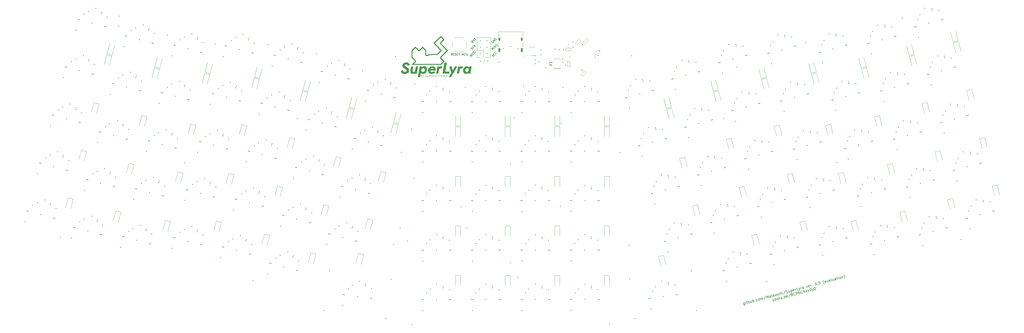
<source format=gbr>
%TF.GenerationSoftware,KiCad,Pcbnew,(5.99.0-12367-g21313a4c1a)*%
%TF.CreationDate,2021-09-16T13:14:42+01:00*%
%TF.ProjectId,superlyra,73757065-726c-4797-9261-2e6b69636164,0.1*%
%TF.SameCoordinates,Original*%
%TF.FileFunction,Legend,Top*%
%TF.FilePolarity,Positive*%
%FSLAX46Y46*%
G04 Gerber Fmt 4.6, Leading zero omitted, Abs format (unit mm)*
G04 Created by KiCad (PCBNEW (5.99.0-12367-g21313a4c1a)) date 2021-09-16 13:14:42*
%MOMM*%
%LPD*%
G01*
G04 APERTURE LIST*
%ADD10C,0.153000*%
%ADD11C,0.150000*%
%ADD12C,0.125000*%
%ADD13C,0.120000*%
%ADD14C,0.350000*%
%ADD15O,0.600000X1.700000*%
%ADD16O,0.600000X1.200000*%
G04 APERTURE END LIST*
D10*
X202846158Y-78388155D02*
X202765346Y-78415093D01*
X202684534Y-78495905D01*
X202630659Y-78603654D01*
X202630659Y-78711404D01*
X202657597Y-78792216D01*
X202738409Y-78926903D01*
X202819221Y-79007715D01*
X202953908Y-79088528D01*
X203034720Y-79115465D01*
X203142470Y-79115465D01*
X203250219Y-79061590D01*
X203304094Y-79007715D01*
X203357969Y-78899966D01*
X203357969Y-78846091D01*
X203169407Y-78657529D01*
X203061658Y-78765279D01*
X203654280Y-78657529D02*
X203088595Y-78091844D01*
X203977529Y-78334280D01*
X203411844Y-77768595D01*
X204246903Y-78064906D02*
X203681218Y-77499221D01*
X203815905Y-77364534D01*
X203923654Y-77310659D01*
X204031404Y-77310659D01*
X204112216Y-77337597D01*
X204246903Y-77418409D01*
X204327715Y-77499221D01*
X204408528Y-77633908D01*
X204435465Y-77714720D01*
X204435465Y-77822470D01*
X204381590Y-77930219D01*
X204246903Y-78064906D01*
X203166971Y-81824839D02*
X202601285Y-81259154D01*
X203193908Y-81474653D01*
X202978409Y-80882030D01*
X203544094Y-81447715D01*
X203813468Y-81178341D02*
X203247783Y-80612656D01*
X204028967Y-80908967D02*
X204136717Y-80855093D01*
X204271404Y-80720406D01*
X204298341Y-80639593D01*
X204298341Y-80585719D01*
X204271404Y-80504906D01*
X204217529Y-80451032D01*
X204136717Y-80424094D01*
X204082842Y-80424094D01*
X204002030Y-80451032D01*
X203867343Y-80531844D01*
X203786531Y-80558781D01*
X203732656Y-80558781D01*
X203651844Y-80531844D01*
X203597969Y-80477969D01*
X203571032Y-80397157D01*
X203571032Y-80343282D01*
X203597969Y-80262470D01*
X203732656Y-80127783D01*
X203840406Y-80073908D01*
X204163654Y-79696784D02*
X204271404Y-79589035D01*
X204352216Y-79562097D01*
X204459966Y-79562097D01*
X204594653Y-79642910D01*
X204783215Y-79831471D01*
X204864027Y-79966158D01*
X204864027Y-80073908D01*
X204837089Y-80154720D01*
X204729340Y-80262470D01*
X204648528Y-80289407D01*
X204540778Y-80289407D01*
X204406091Y-80208595D01*
X204217529Y-80020033D01*
X204136717Y-79885346D01*
X204136717Y-79777597D01*
X204163654Y-79696784D01*
D11*
X299717652Y-178869878D02*
X299927172Y-179651818D01*
X299905825Y-179756136D01*
X299872153Y-179814457D01*
X299792485Y-179885103D01*
X299654495Y-179922077D01*
X299550178Y-179900730D01*
X299877873Y-179467832D02*
X299798205Y-179538478D01*
X299614219Y-179587777D01*
X299509901Y-179566430D01*
X299451580Y-179532758D01*
X299380934Y-179453090D01*
X299306986Y-179177111D01*
X299328333Y-179072793D01*
X299362005Y-179014472D01*
X299441673Y-178943826D01*
X299625659Y-178894527D01*
X299729976Y-178915874D01*
X300350162Y-179390581D02*
X300177616Y-178746631D01*
X300091343Y-178424656D02*
X300057671Y-178482977D01*
X300115993Y-178516648D01*
X300149664Y-178458327D01*
X300091343Y-178424656D01*
X300115993Y-178516648D01*
X300499592Y-178660358D02*
X300867563Y-178561760D01*
X300551308Y-178301408D02*
X300773153Y-179129345D01*
X300843799Y-179209013D01*
X300948116Y-179230360D01*
X301040109Y-179205711D01*
X301362085Y-179119438D02*
X301103266Y-178153512D01*
X301776053Y-179008515D02*
X301640481Y-178502554D01*
X301569835Y-178422886D01*
X301465517Y-178401539D01*
X301327528Y-178438513D01*
X301247860Y-178509159D01*
X301214188Y-178567480D01*
X302477440Y-178130395D02*
X302649986Y-178774346D01*
X302063471Y-178241317D02*
X302199043Y-178747279D01*
X302269689Y-178826947D01*
X302374007Y-178848294D01*
X302511996Y-178811320D01*
X302591664Y-178740674D01*
X302625336Y-178682353D01*
X303109950Y-178651098D02*
X302851131Y-177685173D01*
X302949729Y-178053144D02*
X303029397Y-177982498D01*
X303213383Y-177933200D01*
X303317701Y-177954547D01*
X303376022Y-177988218D01*
X303446668Y-178067887D01*
X303520616Y-178343865D01*
X303499269Y-178448183D01*
X303465597Y-178506504D01*
X303385929Y-178577150D01*
X303201943Y-178626449D01*
X303097626Y-178605102D01*
X303959234Y-178324936D02*
X304017555Y-178358608D01*
X303983883Y-178416929D01*
X303925562Y-178383257D01*
X303959234Y-178324936D01*
X303983883Y-178416929D01*
X304845491Y-178136763D02*
X304765823Y-178207409D01*
X304581837Y-178256707D01*
X304477520Y-178235360D01*
X304419198Y-178201689D01*
X304348553Y-178122020D01*
X304274604Y-177846042D01*
X304295951Y-177741724D01*
X304329623Y-177683403D01*
X304409291Y-177612757D01*
X304593277Y-177563458D01*
X304697595Y-177584805D01*
X305409774Y-178034863D02*
X305305456Y-178013516D01*
X305247135Y-177979844D01*
X305176489Y-177900176D01*
X305102541Y-177624197D01*
X305123888Y-177519879D01*
X305157559Y-177461558D01*
X305237228Y-177390912D01*
X305375217Y-177353938D01*
X305479535Y-177375285D01*
X305537856Y-177408957D01*
X305608502Y-177488625D01*
X305682450Y-177764604D01*
X305661103Y-177868921D01*
X305627431Y-177927243D01*
X305547763Y-177997888D01*
X305409774Y-178034863D01*
X306145717Y-177837667D02*
X305973171Y-177193717D01*
X305997821Y-177285709D02*
X306031492Y-177227388D01*
X306111161Y-177156742D01*
X306249150Y-177119768D01*
X306353468Y-177141115D01*
X306424114Y-177220784D01*
X306559685Y-177726745D01*
X306424114Y-177220784D02*
X306445461Y-177116466D01*
X306525129Y-177045820D01*
X306663118Y-177008846D01*
X306767436Y-177030193D01*
X306838082Y-177109861D01*
X306973654Y-177615822D01*
X307852422Y-176295782D02*
X307357253Y-177759532D01*
X308445541Y-177221431D02*
X308186722Y-176255505D01*
X308693568Y-176859179D01*
X308830672Y-176082959D01*
X309089491Y-177048885D01*
X309963424Y-176814716D02*
X309827852Y-176308755D01*
X309757206Y-176229086D01*
X309652889Y-176207739D01*
X309468903Y-176257038D01*
X309389235Y-176327684D01*
X309951099Y-176768719D02*
X309871431Y-176839365D01*
X309641449Y-176900989D01*
X309537131Y-176879642D01*
X309466485Y-176799973D01*
X309441836Y-176707980D01*
X309463183Y-176603663D01*
X309542851Y-176533017D01*
X309772833Y-176471393D01*
X309852502Y-176400747D01*
X310561378Y-176654494D02*
X310457060Y-176633147D01*
X310386415Y-176553479D01*
X310164570Y-175725543D01*
X311284997Y-176411302D02*
X311205329Y-176481948D01*
X311021343Y-176531247D01*
X310917025Y-176509900D01*
X310846379Y-176430232D01*
X310747782Y-176062260D01*
X310769129Y-175957943D01*
X310848797Y-175887297D01*
X311032783Y-175837998D01*
X311137100Y-175859345D01*
X311207746Y-175939013D01*
X311232396Y-176031006D01*
X310797080Y-176246246D01*
X311492747Y-175714751D02*
X311895276Y-176297078D01*
X311952712Y-175591503D01*
X312631219Y-176099882D02*
X312526902Y-176078535D01*
X312468580Y-176044863D01*
X312397934Y-175965195D01*
X312323986Y-175689216D01*
X312345333Y-175584899D01*
X312379005Y-175526577D01*
X312458673Y-175455932D01*
X312596663Y-175418957D01*
X312700980Y-175440304D01*
X312759301Y-175473976D01*
X312829947Y-175553644D01*
X312903896Y-175829623D01*
X312882549Y-175933941D01*
X312848877Y-175992262D01*
X312769209Y-176062908D01*
X312631219Y-176099882D01*
X313505152Y-175865712D02*
X313400834Y-175844365D01*
X313330189Y-175764697D01*
X313108344Y-174936761D01*
X313562588Y-175160138D02*
X313930560Y-175061541D01*
X313614305Y-174801189D02*
X313836150Y-175629125D01*
X313906796Y-175708794D01*
X314011113Y-175730141D01*
X314103106Y-175705491D01*
X314425081Y-175619218D02*
X314252535Y-174975268D01*
X314166262Y-174653292D02*
X314132591Y-174711614D01*
X314190912Y-174745285D01*
X314224584Y-174686964D01*
X314166262Y-174653292D01*
X314190912Y-174745285D01*
X315303849Y-174299178D02*
X314808680Y-175762927D01*
X315838647Y-175191155D02*
X315988961Y-175200178D01*
X316218944Y-175138554D01*
X316298612Y-175067908D01*
X316332284Y-175009587D01*
X316353631Y-174905269D01*
X316328981Y-174813277D01*
X316258335Y-174733608D01*
X316200014Y-174699937D01*
X316095697Y-174678590D01*
X315899386Y-174681892D01*
X315795068Y-174660545D01*
X315736747Y-174626873D01*
X315666101Y-174547205D01*
X315641452Y-174455212D01*
X315662799Y-174350894D01*
X315696471Y-174292573D01*
X315776139Y-174221927D01*
X316006121Y-174160304D01*
X316156435Y-174169326D01*
X317058320Y-174223460D02*
X317230866Y-174867410D01*
X316644352Y-174334382D02*
X316779924Y-174840343D01*
X316850570Y-174920012D01*
X316954887Y-174941359D01*
X317092877Y-174904385D01*
X317172545Y-174833739D01*
X317206217Y-174775418D01*
X317518285Y-174100213D02*
X317777104Y-175066139D01*
X317530609Y-174146209D02*
X317610278Y-174075563D01*
X317794263Y-174026264D01*
X317898581Y-174047611D01*
X317956902Y-174081283D01*
X318027548Y-174160951D01*
X318101496Y-174436930D01*
X318080149Y-174541248D01*
X318046478Y-174599569D01*
X317966809Y-174670215D01*
X317782824Y-174719514D01*
X317678506Y-174698167D01*
X318920411Y-174365399D02*
X318840742Y-174436045D01*
X318656756Y-174485344D01*
X318552439Y-174463997D01*
X318481793Y-174384329D01*
X318383195Y-174016357D01*
X318404542Y-173912040D01*
X318484210Y-173841394D01*
X318668196Y-173792095D01*
X318772514Y-173813442D01*
X318843160Y-173893110D01*
X318867809Y-173985103D01*
X318432494Y-174200343D01*
X319392700Y-174288149D02*
X319220154Y-173644198D01*
X319269453Y-173828184D02*
X319290800Y-173723866D01*
X319324472Y-173665545D01*
X319404140Y-173594899D01*
X319496133Y-173570250D01*
X320450619Y-174004680D02*
X319990654Y-174127927D01*
X319731835Y-173162002D01*
X320508055Y-173299106D02*
X320910583Y-173881433D01*
X320968020Y-173175859D02*
X320910583Y-173881433D01*
X320880214Y-174136065D01*
X320846542Y-174194386D01*
X320766874Y-174265032D01*
X321508538Y-173721212D02*
X321335991Y-173077261D01*
X321385290Y-173261247D02*
X321406637Y-173156929D01*
X321440309Y-173098608D01*
X321519977Y-173027962D01*
X321611970Y-173003313D01*
X322520460Y-173450068D02*
X322384888Y-172944107D01*
X322314242Y-172864439D01*
X322209924Y-172843092D01*
X322025938Y-172892391D01*
X321946270Y-172963036D01*
X322508135Y-173404072D02*
X322428467Y-173474717D01*
X322198485Y-173536341D01*
X322094167Y-173514994D01*
X322023521Y-173435326D01*
X321998872Y-173343333D01*
X322020219Y-173239015D01*
X322099887Y-173168369D01*
X322329869Y-173106746D01*
X322409537Y-173036100D01*
X323451829Y-172510324D02*
X323854357Y-173092651D01*
X323911794Y-172387077D01*
X324807958Y-172787836D02*
X324728290Y-172858482D01*
X324544304Y-172907781D01*
X324439987Y-172886434D01*
X324369341Y-172806765D01*
X324270743Y-172438794D01*
X324292090Y-172334476D01*
X324371758Y-172263830D01*
X324555744Y-172214531D01*
X324660062Y-172235878D01*
X324730708Y-172315546D01*
X324755357Y-172407539D01*
X324320042Y-172622779D01*
X325280248Y-172710585D02*
X325107702Y-172066635D01*
X325157001Y-172250620D02*
X325178348Y-172146303D01*
X325212020Y-172087982D01*
X325291688Y-172017336D01*
X325383681Y-171992686D01*
X325853553Y-172458371D02*
X325911874Y-172492043D01*
X325878202Y-172550364D01*
X325819881Y-172516692D01*
X325853553Y-172458371D01*
X325878202Y-172550364D01*
X326999277Y-171214696D02*
X327091270Y-171190047D01*
X327195588Y-171211394D01*
X327253909Y-171245066D01*
X327324555Y-171324734D01*
X327419850Y-171496395D01*
X327481474Y-171726378D01*
X327484776Y-171922688D01*
X327463429Y-172027006D01*
X327429757Y-172085327D01*
X327350089Y-172155973D01*
X327258096Y-172180622D01*
X327153778Y-172159275D01*
X327095457Y-172125603D01*
X327024811Y-172045935D01*
X326929516Y-171874274D01*
X326867892Y-171644292D01*
X326864590Y-171447981D01*
X326885937Y-171343664D01*
X326919609Y-171285342D01*
X326999277Y-171214696D01*
X327969390Y-171891434D02*
X328027711Y-171925106D01*
X327994039Y-171983427D01*
X327935718Y-171949755D01*
X327969390Y-171891434D01*
X327994039Y-171983427D01*
X328655150Y-170771007D02*
X328195185Y-170894254D01*
X328272436Y-171366543D01*
X328306108Y-171308222D01*
X328385776Y-171237576D01*
X328615758Y-171175953D01*
X328720076Y-171197300D01*
X328778397Y-171230971D01*
X328849043Y-171310640D01*
X328910666Y-171540622D01*
X328889319Y-171644940D01*
X328855648Y-171703261D01*
X328775979Y-171773907D01*
X328545997Y-171835530D01*
X328441679Y-171814183D01*
X328383358Y-171780511D01*
X330484454Y-171710513D02*
X330426132Y-171676842D01*
X330297165Y-171563502D01*
X330226519Y-171483833D01*
X330143549Y-171358169D01*
X330035929Y-171140511D01*
X329986630Y-170956525D01*
X329971003Y-170714218D01*
X329980025Y-170563904D01*
X330001372Y-170459586D01*
X330056391Y-170296948D01*
X330090063Y-170238626D01*
X331109475Y-171099350D02*
X331029806Y-171169996D01*
X330845820Y-171219294D01*
X330741503Y-171197947D01*
X330670857Y-171118279D01*
X330572259Y-170750307D01*
X330593606Y-170645990D01*
X330673274Y-170575344D01*
X330857260Y-170526045D01*
X330961578Y-170547392D01*
X331032224Y-170627060D01*
X331056873Y-170719053D01*
X330621558Y-170934293D01*
X331317225Y-170402798D02*
X331719753Y-170985125D01*
X331777190Y-170279551D01*
X332731676Y-170713981D02*
X332596104Y-170208020D01*
X332525458Y-170128352D01*
X332421140Y-170107005D01*
X332237154Y-170156303D01*
X332157486Y-170226949D01*
X332719351Y-170667985D02*
X332639683Y-170738630D01*
X332409700Y-170800254D01*
X332305383Y-170778907D01*
X332234737Y-170699239D01*
X332210087Y-170607246D01*
X332231434Y-170502928D01*
X332311103Y-170432282D01*
X332541085Y-170370659D01*
X332620753Y-170300013D01*
X333329630Y-170553760D02*
X333225312Y-170532413D01*
X333154666Y-170452744D01*
X332932821Y-169624808D01*
X333939024Y-169700289D02*
X334111570Y-170344240D01*
X333525055Y-169811211D02*
X333660627Y-170317173D01*
X333731273Y-170396841D01*
X333835591Y-170418188D01*
X333973580Y-170381214D01*
X334053249Y-170310568D01*
X334086920Y-170252247D01*
X334985503Y-170110070D02*
X334849931Y-169604109D01*
X334779285Y-169524441D01*
X334674967Y-169503094D01*
X334490981Y-169552392D01*
X334411313Y-169623038D01*
X334973178Y-170064073D02*
X334893510Y-170134719D01*
X334663527Y-170196343D01*
X334559210Y-170174996D01*
X334488564Y-170095328D01*
X334463914Y-170003335D01*
X334485261Y-169899017D01*
X334564930Y-169828371D01*
X334794912Y-169766748D01*
X334874580Y-169696102D01*
X335134932Y-169379846D02*
X335502904Y-169281249D01*
X335186648Y-169020897D02*
X335408493Y-169848833D01*
X335479139Y-169928502D01*
X335583457Y-169949849D01*
X335675450Y-169925199D01*
X335997425Y-169838926D02*
X335824879Y-169194976D01*
X335738606Y-168873000D02*
X335704934Y-168931322D01*
X335763255Y-168964993D01*
X335796927Y-168906672D01*
X335738606Y-168873000D01*
X335763255Y-168964993D01*
X336595379Y-169678705D02*
X336491061Y-169657358D01*
X336432740Y-169623686D01*
X336362094Y-169544018D01*
X336288146Y-169268039D01*
X336309493Y-169163721D01*
X336343165Y-169105400D01*
X336422833Y-169034754D01*
X336560822Y-168997780D01*
X336665140Y-169019127D01*
X336723461Y-169052799D01*
X336794107Y-169132467D01*
X336868055Y-169408446D01*
X336846708Y-169512764D01*
X336813037Y-169571085D01*
X336733368Y-169641731D01*
X336595379Y-169678705D01*
X337158776Y-168837559D02*
X337331322Y-169481509D01*
X337183426Y-168929552D02*
X337217098Y-168871231D01*
X337296766Y-168800585D01*
X337434755Y-168763611D01*
X337539073Y-168784958D01*
X337609719Y-168864626D01*
X337745291Y-169370587D01*
X338211860Y-169639961D02*
X338245532Y-169581640D01*
X338300551Y-169419001D01*
X338321898Y-169314683D01*
X338330920Y-169164369D01*
X338315293Y-168922062D01*
X338265994Y-168738076D01*
X338158374Y-168520419D01*
X338075403Y-168394754D01*
X338004758Y-168315086D01*
X337875790Y-168201746D01*
X337817469Y-168168074D01*
X310529552Y-177639633D02*
X310932081Y-178221960D01*
X310989517Y-177516386D02*
X310932081Y-178221960D01*
X310901711Y-178476592D01*
X310868040Y-178534913D01*
X310788371Y-178605559D01*
X311668024Y-178024765D02*
X311563707Y-178003418D01*
X311505385Y-177969746D01*
X311434739Y-177890078D01*
X311360791Y-177614099D01*
X311382138Y-177509781D01*
X311415810Y-177451460D01*
X311495478Y-177380814D01*
X311633468Y-177343840D01*
X311737785Y-177365187D01*
X311796106Y-177398859D01*
X311866752Y-177478527D01*
X311940701Y-177754506D01*
X311919354Y-177858823D01*
X311885682Y-177917145D01*
X311806014Y-177987790D01*
X311668024Y-178024765D01*
X312645390Y-177072696D02*
X312817936Y-177716647D01*
X312231422Y-177183619D02*
X312366994Y-177689580D01*
X312437639Y-177769248D01*
X312541957Y-177790595D01*
X312679946Y-177753621D01*
X312759615Y-177682975D01*
X312793286Y-177624654D01*
X312967365Y-176986423D02*
X313335337Y-176887825D01*
X313019081Y-176627474D02*
X313240926Y-177455410D01*
X313311572Y-177535078D01*
X313415890Y-177556425D01*
X313507883Y-177531776D01*
X314071280Y-176690630D02*
X314243826Y-177334580D01*
X313657312Y-176801552D02*
X313792884Y-177307514D01*
X313863530Y-177387182D01*
X313967848Y-177408529D01*
X314105837Y-177371555D01*
X314185505Y-177300909D01*
X314219177Y-177242588D01*
X314679142Y-177119340D02*
X314737463Y-177153012D01*
X314703791Y-177211333D01*
X314645470Y-177177662D01*
X314679142Y-177119340D01*
X314703791Y-177211333D01*
X315163756Y-177088086D02*
X314904937Y-176122160D01*
X315003534Y-176490132D02*
X315083203Y-176419486D01*
X315267189Y-176370187D01*
X315371506Y-176391534D01*
X315429827Y-176425206D01*
X315500473Y-176504874D01*
X315574422Y-176780853D01*
X315553075Y-176885171D01*
X315519403Y-176943492D01*
X315439735Y-177014138D01*
X315255749Y-177063437D01*
X315151431Y-177042090D01*
X316393336Y-176709322D02*
X316313667Y-176779968D01*
X316129682Y-176829267D01*
X316025364Y-176807920D01*
X315954718Y-176728252D01*
X315856120Y-176360280D01*
X315877467Y-176255962D01*
X315957136Y-176185317D01*
X316141121Y-176136018D01*
X316245439Y-176157365D01*
X316316085Y-176237033D01*
X316340734Y-176329026D01*
X315905419Y-176544266D01*
X317284428Y-175435279D02*
X316789259Y-176899028D01*
X317867640Y-175771996D02*
X317763322Y-175750649D01*
X317705001Y-175716977D01*
X317634355Y-175637309D01*
X317622031Y-175591313D01*
X317643378Y-175486995D01*
X317677049Y-175428674D01*
X317756718Y-175358028D01*
X317940704Y-175308729D01*
X318045021Y-175330076D01*
X318103342Y-175363748D01*
X318173988Y-175443416D01*
X318186313Y-175489413D01*
X318164966Y-175593730D01*
X318131294Y-175652051D01*
X318051626Y-175722697D01*
X317867640Y-175771996D01*
X317787972Y-175842642D01*
X317754300Y-175900963D01*
X317732953Y-176005281D01*
X317782252Y-176189267D01*
X317852898Y-176268935D01*
X317911219Y-176302607D01*
X318015537Y-176323954D01*
X318199523Y-176274655D01*
X318279191Y-176204009D01*
X318312863Y-176145688D01*
X318334210Y-176041370D01*
X318284911Y-175857384D01*
X318214265Y-175777716D01*
X318155944Y-175744044D01*
X318051626Y-175722697D01*
X319324785Y-175874544D02*
X319291113Y-175932865D01*
X319165448Y-176015836D01*
X319073455Y-176040485D01*
X318923141Y-176031463D01*
X318806499Y-175964119D01*
X318735853Y-175884451D01*
X318640558Y-175712790D01*
X318603584Y-175574801D01*
X318600281Y-175378490D01*
X318621628Y-175274172D01*
X318688972Y-175157530D01*
X318814636Y-175074559D01*
X318906629Y-175049910D01*
X319056944Y-175058932D01*
X319115265Y-175092604D01*
X319763403Y-175855614D02*
X319504583Y-174889689D01*
X319872555Y-174791091D01*
X319976873Y-174812438D01*
X320035194Y-174846110D01*
X320105840Y-174925778D01*
X320142814Y-175063767D01*
X320121467Y-175168085D01*
X320087795Y-175226406D01*
X320008127Y-175297052D01*
X319640155Y-175395650D01*
X320884478Y-174519947D02*
X320700492Y-174569246D01*
X320620823Y-174639892D01*
X320587152Y-174698213D01*
X320532133Y-174860852D01*
X320535435Y-175057163D01*
X320634033Y-175425134D01*
X320704679Y-175504803D01*
X320763000Y-175538474D01*
X320867318Y-175559821D01*
X321051304Y-175510522D01*
X321130972Y-175439877D01*
X321164644Y-175381555D01*
X321185991Y-175277238D01*
X321124367Y-175047255D01*
X321053721Y-174967587D01*
X320995400Y-174933915D01*
X320891082Y-174912568D01*
X320707096Y-174961867D01*
X320627428Y-175032513D01*
X320593756Y-175090834D01*
X320572409Y-175195152D01*
X322176566Y-175110412D02*
X322142894Y-175168733D01*
X322017229Y-175251703D01*
X321925237Y-175276353D01*
X321774922Y-175267331D01*
X321658280Y-175199987D01*
X321587634Y-175120319D01*
X321492339Y-174948658D01*
X321455365Y-174810668D01*
X321452062Y-174614358D01*
X321473409Y-174510040D01*
X321540753Y-174393398D01*
X321666417Y-174310427D01*
X321758410Y-174285778D01*
X321908725Y-174294800D01*
X321967046Y-174328472D01*
X322615184Y-175091482D02*
X322356364Y-174125556D01*
X323029152Y-174980560D02*
X322893580Y-174474598D01*
X322822934Y-174394930D01*
X322718616Y-174373583D01*
X322580627Y-174410557D01*
X322500959Y-174481203D01*
X322467287Y-174539524D01*
X323430795Y-174823641D02*
X323535113Y-174844988D01*
X323719099Y-174795689D01*
X323798767Y-174725043D01*
X323820114Y-174620725D01*
X323807789Y-174574729D01*
X323737143Y-174495061D01*
X323632826Y-174473714D01*
X323494836Y-174510688D01*
X323390519Y-174489341D01*
X323319873Y-174409673D01*
X323307548Y-174363676D01*
X323328895Y-174259358D01*
X323408563Y-174188712D01*
X323546553Y-174151738D01*
X323650870Y-174173085D01*
X324212735Y-174614121D02*
X324317053Y-174635468D01*
X324501039Y-174586169D01*
X324580707Y-174515523D01*
X324602054Y-174411205D01*
X324589729Y-174365209D01*
X324519083Y-174285540D01*
X324414766Y-174264193D01*
X324276776Y-174301168D01*
X324172459Y-174279821D01*
X324101813Y-174200152D01*
X324089488Y-174154156D01*
X324110835Y-174049838D01*
X324190503Y-173979192D01*
X324328493Y-173942218D01*
X324432810Y-173963565D01*
X324978163Y-173423047D02*
X325070156Y-173398398D01*
X325174474Y-173419745D01*
X325232795Y-173453417D01*
X325303441Y-173533085D01*
X325398736Y-173704746D01*
X325460360Y-173934728D01*
X325463662Y-174131039D01*
X325442315Y-174235357D01*
X325408643Y-174293678D01*
X325328975Y-174364324D01*
X325236982Y-174388973D01*
X325132665Y-174367626D01*
X325074343Y-174333954D01*
X325003697Y-174254286D01*
X324908402Y-174082625D01*
X324846779Y-173852643D01*
X324843476Y-173656332D01*
X324864823Y-173552015D01*
X324898495Y-173493693D01*
X324978163Y-173423047D01*
X325708387Y-173572477D02*
X326110915Y-174154804D01*
X326168351Y-173449229D02*
X326110915Y-174154804D01*
X326080546Y-174409435D01*
X326046874Y-174467757D01*
X325967206Y-174538402D01*
X326634036Y-172979358D02*
X326726029Y-172954708D01*
X326830347Y-172976055D01*
X326888668Y-173009727D01*
X326959314Y-173089395D01*
X327054609Y-173261056D01*
X327116233Y-173491039D01*
X327119535Y-173687349D01*
X327098188Y-173791667D01*
X327064516Y-173849988D01*
X326984848Y-173920634D01*
X326892855Y-173945283D01*
X326788537Y-173923936D01*
X326730216Y-173890265D01*
X326659570Y-173810596D01*
X326564275Y-173638935D01*
X326502651Y-173408953D01*
X326499349Y-173212642D01*
X326520696Y-173108325D01*
X326554368Y-173050004D01*
X326634036Y-172979358D01*
D10*
X202635972Y-83934467D02*
X203390219Y-84311590D01*
X203013096Y-83557343D01*
X204036717Y-83557343D02*
X204036717Y-83611218D01*
X203982842Y-83718967D01*
X203928967Y-83772842D01*
X203821218Y-83826717D01*
X203713468Y-83826717D01*
X203632656Y-83799780D01*
X203497969Y-83718967D01*
X203417157Y-83638155D01*
X203336345Y-83503468D01*
X203309407Y-83422656D01*
X203309407Y-83314906D01*
X203363282Y-83207157D01*
X203417157Y-83153282D01*
X203524906Y-83099407D01*
X203578781Y-83099407D01*
X204602402Y-82991658D02*
X204602402Y-83045532D01*
X204548528Y-83153282D01*
X204494653Y-83207157D01*
X204386903Y-83261032D01*
X204279154Y-83261032D01*
X204198341Y-83234094D01*
X204063654Y-83153282D01*
X203982842Y-83072470D01*
X203902030Y-82937783D01*
X203875093Y-82856971D01*
X203875093Y-82749221D01*
X203928967Y-82641471D01*
X203982842Y-82587597D01*
X204090592Y-82533722D01*
X204144467Y-82533722D01*
X194816971Y-84444839D02*
X194251285Y-83879154D01*
X194843908Y-84094653D01*
X194628409Y-83502030D01*
X195194094Y-84067715D01*
X195005532Y-83124906D02*
X195113282Y-83017157D01*
X195194094Y-82990219D01*
X195301844Y-82990219D01*
X195436531Y-83071032D01*
X195625093Y-83259593D01*
X195705905Y-83394280D01*
X195705905Y-83502030D01*
X195678967Y-83582842D01*
X195571218Y-83690592D01*
X195490406Y-83717529D01*
X195382656Y-83717529D01*
X195247969Y-83636717D01*
X195059407Y-83448155D01*
X194978595Y-83313468D01*
X194978595Y-83205719D01*
X195005532Y-83124906D01*
X196002216Y-83205719D02*
X196109966Y-83151844D01*
X196244653Y-83017157D01*
X196271590Y-82936345D01*
X196271590Y-82882470D01*
X196244653Y-82801658D01*
X196190778Y-82747783D01*
X196109966Y-82720845D01*
X196056091Y-82720845D01*
X195975279Y-82747783D01*
X195840592Y-82828595D01*
X195759780Y-82855532D01*
X195705905Y-82855532D01*
X195625093Y-82828595D01*
X195571218Y-82774720D01*
X195544280Y-82693908D01*
X195544280Y-82640033D01*
X195571218Y-82559221D01*
X195705905Y-82424534D01*
X195813654Y-82370659D01*
X196594839Y-82666971D02*
X196029154Y-82101285D01*
X195131658Y-81726277D02*
X195239407Y-81672402D01*
X195374094Y-81537715D01*
X195401032Y-81456903D01*
X195401032Y-81403028D01*
X195374094Y-81322216D01*
X195320219Y-81268341D01*
X195239407Y-81241404D01*
X195185532Y-81241404D01*
X195104720Y-81268341D01*
X194970033Y-81349154D01*
X194889221Y-81376091D01*
X194835346Y-81376091D01*
X194754534Y-81349154D01*
X194700659Y-81295279D01*
X194673722Y-81214467D01*
X194673722Y-81160592D01*
X194700659Y-81079780D01*
X194835346Y-80945093D01*
X194943096Y-80891218D01*
X195993654Y-80810406D02*
X195993654Y-80864280D01*
X195939780Y-80972030D01*
X195885905Y-81025905D01*
X195778155Y-81079780D01*
X195670406Y-81079780D01*
X195589593Y-81052842D01*
X195454906Y-80972030D01*
X195374094Y-80891218D01*
X195293282Y-80756531D01*
X195266345Y-80675719D01*
X195266345Y-80567969D01*
X195320219Y-80460219D01*
X195374094Y-80406345D01*
X195481844Y-80352470D01*
X195535719Y-80352470D01*
X196289966Y-80621844D02*
X195724280Y-80056158D01*
X196613215Y-80298595D02*
X196047529Y-80217783D01*
X196047529Y-79732910D02*
X196047529Y-80379407D01*
D11*
X195756125Y-78795685D02*
X195298189Y-78714873D01*
X195432876Y-79118934D02*
X194867190Y-78553248D01*
X195082690Y-78337749D01*
X195163502Y-78310812D01*
X195217377Y-78310812D01*
X195298189Y-78337749D01*
X195379001Y-78418561D01*
X195405938Y-78499374D01*
X195405938Y-78553248D01*
X195379001Y-78634061D01*
X195163502Y-78849560D01*
X195944687Y-78553248D02*
X196052436Y-78499374D01*
X196187123Y-78364687D01*
X196214061Y-78283874D01*
X196214061Y-78230000D01*
X196187123Y-78149187D01*
X196133248Y-78095312D01*
X196052436Y-78068375D01*
X195998561Y-78068375D01*
X195917749Y-78095312D01*
X195783062Y-78176125D01*
X195702250Y-78203062D01*
X195648375Y-78203062D01*
X195567563Y-78176125D01*
X195513688Y-78122250D01*
X195486751Y-78041438D01*
X195486751Y-77987563D01*
X195513688Y-77906751D01*
X195648375Y-77772064D01*
X195756125Y-77718189D01*
X195890812Y-77529627D02*
X196214061Y-77206378D01*
X196618122Y-77933688D02*
X196052436Y-77368003D01*
D10*
X187517142Y-83881904D02*
X187250476Y-83500952D01*
X187060000Y-83881904D02*
X187060000Y-83081904D01*
X187364761Y-83081904D01*
X187440952Y-83120000D01*
X187479047Y-83158095D01*
X187517142Y-83234285D01*
X187517142Y-83348571D01*
X187479047Y-83424761D01*
X187440952Y-83462857D01*
X187364761Y-83500952D01*
X187060000Y-83500952D01*
X187860000Y-83462857D02*
X188126666Y-83462857D01*
X188240952Y-83881904D02*
X187860000Y-83881904D01*
X187860000Y-83081904D01*
X188240952Y-83081904D01*
X188545714Y-83843809D02*
X188660000Y-83881904D01*
X188850476Y-83881904D01*
X188926666Y-83843809D01*
X188964761Y-83805714D01*
X189002857Y-83729523D01*
X189002857Y-83653333D01*
X188964761Y-83577142D01*
X188926666Y-83539047D01*
X188850476Y-83500952D01*
X188698095Y-83462857D01*
X188621904Y-83424761D01*
X188583809Y-83386666D01*
X188545714Y-83310476D01*
X188545714Y-83234285D01*
X188583809Y-83158095D01*
X188621904Y-83120000D01*
X188698095Y-83081904D01*
X188888571Y-83081904D01*
X189002857Y-83120000D01*
X189345714Y-83462857D02*
X189612380Y-83462857D01*
X189726666Y-83881904D02*
X189345714Y-83881904D01*
X189345714Y-83081904D01*
X189726666Y-83081904D01*
X189955238Y-83081904D02*
X190412380Y-83081904D01*
X190183809Y-83881904D02*
X190183809Y-83081904D01*
X191288571Y-83881904D02*
X191288571Y-83081904D01*
X191555238Y-83653333D01*
X191821904Y-83081904D01*
X191821904Y-83881904D01*
X192660000Y-83805714D02*
X192621904Y-83843809D01*
X192507619Y-83881904D01*
X192431428Y-83881904D01*
X192317142Y-83843809D01*
X192240952Y-83767619D01*
X192202857Y-83691428D01*
X192164761Y-83539047D01*
X192164761Y-83424761D01*
X192202857Y-83272380D01*
X192240952Y-83196190D01*
X192317142Y-83120000D01*
X192431428Y-83081904D01*
X192507619Y-83081904D01*
X192621904Y-83120000D01*
X192660000Y-83158095D01*
X193002857Y-83081904D02*
X193002857Y-83729523D01*
X193040952Y-83805714D01*
X193079047Y-83843809D01*
X193155238Y-83881904D01*
X193307619Y-83881904D01*
X193383809Y-83843809D01*
X193421904Y-83805714D01*
X193460000Y-83729523D01*
X193460000Y-83081904D01*
D12*
X175594000Y-92010666D02*
X175594000Y-91310666D01*
X175594000Y-91577333D02*
X175660666Y-91544000D01*
X175794000Y-91544000D01*
X175860666Y-91577333D01*
X175894000Y-91610666D01*
X175927333Y-91677333D01*
X175927333Y-91877333D01*
X175894000Y-91944000D01*
X175860666Y-91977333D01*
X175794000Y-92010666D01*
X175660666Y-92010666D01*
X175594000Y-91977333D01*
X176160666Y-91544000D02*
X176327333Y-92010666D01*
X176494000Y-91544000D02*
X176327333Y-92010666D01*
X176260666Y-92177333D01*
X176227333Y-92210666D01*
X176160666Y-92244000D01*
X177294000Y-92010666D02*
X177294000Y-91310666D01*
X177460666Y-91310666D01*
X177560666Y-91344000D01*
X177627333Y-91410666D01*
X177660666Y-91477333D01*
X177694000Y-91610666D01*
X177694000Y-91710666D01*
X177660666Y-91844000D01*
X177627333Y-91910666D01*
X177560666Y-91977333D01*
X177460666Y-92010666D01*
X177294000Y-92010666D01*
X178094000Y-92010666D02*
X178027333Y-91977333D01*
X177994000Y-91944000D01*
X177960666Y-91877333D01*
X177960666Y-91677333D01*
X177994000Y-91610666D01*
X178027333Y-91577333D01*
X178094000Y-91544000D01*
X178194000Y-91544000D01*
X178260666Y-91577333D01*
X178294000Y-91610666D01*
X178327333Y-91677333D01*
X178327333Y-91877333D01*
X178294000Y-91944000D01*
X178260666Y-91977333D01*
X178194000Y-92010666D01*
X178094000Y-92010666D01*
X178627333Y-92010666D02*
X178627333Y-91544000D01*
X178627333Y-91610666D02*
X178660666Y-91577333D01*
X178727333Y-91544000D01*
X178827333Y-91544000D01*
X178894000Y-91577333D01*
X178927333Y-91644000D01*
X178927333Y-92010666D01*
X178927333Y-91644000D02*
X178960666Y-91577333D01*
X179027333Y-91544000D01*
X179127333Y-91544000D01*
X179194000Y-91577333D01*
X179227333Y-91644000D01*
X179227333Y-92010666D01*
X179860666Y-92010666D02*
X179860666Y-91644000D01*
X179827333Y-91577333D01*
X179760666Y-91544000D01*
X179627333Y-91544000D01*
X179560666Y-91577333D01*
X179860666Y-91977333D02*
X179794000Y-92010666D01*
X179627333Y-92010666D01*
X179560666Y-91977333D01*
X179527333Y-91910666D01*
X179527333Y-91844000D01*
X179560666Y-91777333D01*
X179627333Y-91744000D01*
X179794000Y-91744000D01*
X179860666Y-91710666D01*
X180194000Y-91544000D02*
X180194000Y-92010666D01*
X180194000Y-91610666D02*
X180227333Y-91577333D01*
X180294000Y-91544000D01*
X180394000Y-91544000D01*
X180460666Y-91577333D01*
X180494000Y-91644000D01*
X180494000Y-92010666D01*
X180827333Y-92010666D02*
X180827333Y-91544000D01*
X180827333Y-91310666D02*
X180794000Y-91344000D01*
X180827333Y-91377333D01*
X180860666Y-91344000D01*
X180827333Y-91310666D01*
X180827333Y-91377333D01*
X181460666Y-91977333D02*
X181394000Y-92010666D01*
X181260666Y-92010666D01*
X181194000Y-91977333D01*
X181160666Y-91944000D01*
X181127333Y-91877333D01*
X181127333Y-91677333D01*
X181160666Y-91610666D01*
X181194000Y-91577333D01*
X181260666Y-91544000D01*
X181394000Y-91544000D01*
X181460666Y-91577333D01*
X182694000Y-91944000D02*
X182660666Y-91977333D01*
X182560666Y-92010666D01*
X182494000Y-92010666D01*
X182394000Y-91977333D01*
X182327333Y-91910666D01*
X182294000Y-91844000D01*
X182260666Y-91710666D01*
X182260666Y-91610666D01*
X182294000Y-91477333D01*
X182327333Y-91410666D01*
X182394000Y-91344000D01*
X182494000Y-91310666D01*
X182560666Y-91310666D01*
X182660666Y-91344000D01*
X182694000Y-91377333D01*
X183294000Y-92010666D02*
X183294000Y-91644000D01*
X183260666Y-91577333D01*
X183194000Y-91544000D01*
X183060666Y-91544000D01*
X182994000Y-91577333D01*
X183294000Y-91977333D02*
X183227333Y-92010666D01*
X183060666Y-92010666D01*
X182994000Y-91977333D01*
X182960666Y-91910666D01*
X182960666Y-91844000D01*
X182994000Y-91777333D01*
X183060666Y-91744000D01*
X183227333Y-91744000D01*
X183294000Y-91710666D01*
X183727333Y-92010666D02*
X183660666Y-91977333D01*
X183627333Y-91910666D01*
X183627333Y-91310666D01*
X184094000Y-92010666D02*
X184027333Y-91977333D01*
X183994000Y-91910666D01*
X183994000Y-91310666D01*
X184627333Y-91977333D02*
X184560666Y-92010666D01*
X184427333Y-92010666D01*
X184360666Y-91977333D01*
X184327333Y-91910666D01*
X184327333Y-91644000D01*
X184360666Y-91577333D01*
X184427333Y-91544000D01*
X184560666Y-91544000D01*
X184627333Y-91577333D01*
X184660666Y-91644000D01*
X184660666Y-91710666D01*
X184327333Y-91777333D01*
X184960666Y-91544000D02*
X184960666Y-92144000D01*
X184927333Y-92210666D01*
X184860666Y-92244000D01*
X184827333Y-92244000D01*
X184960666Y-91310666D02*
X184927333Y-91344000D01*
X184960666Y-91377333D01*
X184994000Y-91344000D01*
X184960666Y-91310666D01*
X184960666Y-91377333D01*
X185594000Y-92010666D02*
X185594000Y-91644000D01*
X185560666Y-91577333D01*
X185494000Y-91544000D01*
X185360666Y-91544000D01*
X185294000Y-91577333D01*
X185594000Y-91977333D02*
X185527333Y-92010666D01*
X185360666Y-92010666D01*
X185294000Y-91977333D01*
X185260666Y-91910666D01*
X185260666Y-91844000D01*
X185294000Y-91777333D01*
X185360666Y-91744000D01*
X185527333Y-91744000D01*
X185594000Y-91710666D01*
D11*
%TO.C,Y1*%
X225364190Y-87471190D02*
X225840380Y-87471190D01*
X224840380Y-87804523D02*
X225364190Y-87471190D01*
X224840380Y-87137857D01*
X225840380Y-86280714D02*
X225840380Y-86852142D01*
X225840380Y-86566428D02*
X224840380Y-86566428D01*
X224983238Y-86661666D01*
X225078476Y-86756904D01*
X225126095Y-86852142D01*
D13*
%TO.C,C2*%
X239156080Y-77249239D02*
X237719239Y-78686080D01*
X237719239Y-78686080D02*
X238383920Y-79350761D01*
X238383920Y-79350761D02*
X239820761Y-77913920D01*
X239156080Y-77249239D02*
X239820761Y-77913920D01*
%TO.C,C3*%
X243546080Y-81779239D02*
X244210761Y-82443920D01*
X243546080Y-81779239D02*
X242109239Y-83216080D01*
X242773920Y-83880761D02*
X244210761Y-82443920D01*
X242109239Y-83216080D02*
X242773920Y-83880761D01*
%TO.C,C4*%
X237643920Y-91810761D02*
X236979239Y-91146080D01*
X238416080Y-89709239D02*
X236979239Y-91146080D01*
X237643920Y-91810761D02*
X239080761Y-90373920D01*
X239080761Y-90373920D02*
X238416080Y-89709239D01*
%TO.C,C5*%
X233172000Y-82004000D02*
X233172000Y-81064000D01*
X233172000Y-81064000D02*
X231140000Y-81064000D01*
X231140000Y-82004000D02*
X233172000Y-82004000D01*
X231140000Y-82004000D02*
X231140000Y-81064000D01*
%TO.C,J2*%
X199644000Y-84642000D02*
X199644000Y-82042000D01*
X202244000Y-84642000D02*
X199644000Y-84642000D01*
X202244000Y-84642000D02*
X202244000Y-76902000D01*
X198374000Y-84642000D02*
X197044000Y-84642000D01*
X199644000Y-82042000D02*
X197044000Y-82042000D01*
X197044000Y-84642000D02*
X197044000Y-83312000D01*
X197044000Y-82042000D02*
X197044000Y-76902000D01*
X202244000Y-76902000D02*
X197044000Y-76902000D01*
%TO.C,R1*%
X232323621Y-79884000D02*
X231988379Y-79884000D01*
X232323621Y-80644000D02*
X231988379Y-80644000D01*
%TO.C,R2*%
X232323621Y-78868000D02*
X231988379Y-78868000D01*
X232323621Y-79628000D02*
X231988379Y-79628000D01*
%TO.C,R3*%
X231520000Y-85811379D02*
X231520000Y-86146621D01*
X230760000Y-85811379D02*
X230760000Y-86146621D01*
%TO.C,R4*%
X243039825Y-86787227D02*
X242802773Y-86550175D01*
X243577227Y-86249825D02*
X243340175Y-86012773D01*
%TO.C,R5*%
X215107621Y-84910000D02*
X214772379Y-84910000D01*
X215107621Y-84150000D02*
X214772379Y-84150000D01*
%TO.C,R6*%
X204782379Y-84920000D02*
X205117621Y-84920000D01*
X204782379Y-84160000D02*
X205117621Y-84160000D01*
%TO.C,U1*%
X236977348Y-89174659D02*
X237490000Y-89687311D01*
X238002652Y-79989341D02*
X237490000Y-79476689D01*
X232897341Y-85094652D02*
X232384689Y-84582000D01*
X242595311Y-84582000D02*
X242082659Y-85094652D01*
X242082659Y-84069348D02*
X242595311Y-84582000D01*
X237490000Y-89687311D02*
X238002652Y-89174659D01*
X232384689Y-84582000D02*
X232897341Y-84069348D01*
%TO.C,U2*%
X219340000Y-80686000D02*
X216890000Y-80686000D01*
X217540000Y-83906000D02*
X219340000Y-83906000D01*
%TO.C,C1*%
X235533920Y-79770761D02*
X236970761Y-78333920D01*
X236306080Y-77669239D02*
X236970761Y-78333920D01*
X236306080Y-77669239D02*
X234869239Y-79106080D01*
X234869239Y-79106080D02*
X235533920Y-79770761D01*
%TO.C,J1*%
X205241997Y-80640000D02*
X205241997Y-78640000D01*
X205241997Y-76740000D02*
X205241997Y-74840000D01*
X214641997Y-80640000D02*
X214641997Y-78640000D01*
X214641997Y-76740000D02*
X214641997Y-74840000D01*
X214641997Y-74840000D02*
X205241997Y-74840000D01*
%TO.C,SWRST1*%
X191946000Y-77456000D02*
X191496000Y-77006000D01*
X188996000Y-82506000D02*
X191496000Y-82506000D01*
X188996000Y-77006000D02*
X191496000Y-77006000D01*
X192996000Y-78756000D02*
X192996000Y-80756000D01*
X188546000Y-82056000D02*
X188996000Y-82506000D01*
X188546000Y-77456000D02*
X188996000Y-77006000D01*
X187496000Y-78756000D02*
X187496000Y-80756000D01*
X191946000Y-82056000D02*
X191496000Y-82506000D01*
%TO.C,D1*%
X54971502Y-83210969D02*
X55967956Y-79492154D01*
X54971502Y-83210969D02*
X56903354Y-83728607D01*
X56903354Y-83728607D02*
X57899807Y-80009792D01*
%TO.C,D2*%
X75191354Y-88808607D02*
X76187807Y-85089792D01*
X73259502Y-88290969D02*
X74255956Y-84572154D01*
X73259502Y-88290969D02*
X75191354Y-88808607D01*
%TO.C,D3*%
X92563502Y-90322969D02*
X93559956Y-86604154D01*
X92563502Y-90322969D02*
X94495354Y-90840607D01*
X94495354Y-90840607D02*
X95491807Y-87121792D01*
%TO.C,D4*%
X111613502Y-92100969D02*
X113545354Y-92618607D01*
X113545354Y-92618607D02*
X114541807Y-88899792D01*
X111613502Y-92100969D02*
X112609956Y-88382154D01*
%TO.C,D5*%
X130155502Y-97180969D02*
X131151956Y-93462154D01*
X132087354Y-97698607D02*
X133083807Y-93979792D01*
X130155502Y-97180969D02*
X132087354Y-97698607D01*
%TO.C,D6*%
X149867354Y-104302607D02*
X150863807Y-100583792D01*
X147935502Y-103784969D02*
X149867354Y-104302607D01*
X147935502Y-103784969D02*
X148931956Y-100066154D01*
%TO.C,D7*%
X166885354Y-110144607D02*
X167881807Y-106425792D01*
X164953502Y-109626969D02*
X166885354Y-110144607D01*
X164953502Y-109626969D02*
X165949956Y-105908154D01*
%TO.C,D8*%
X188738000Y-110912000D02*
X188738000Y-107062000D01*
X188738000Y-110912000D02*
X190738000Y-110912000D01*
X190738000Y-110912000D02*
X190738000Y-107062000D01*
%TO.C,D9*%
X207788000Y-110912000D02*
X207788000Y-107062000D01*
X209788000Y-110912000D02*
X209788000Y-107062000D01*
X207788000Y-110912000D02*
X209788000Y-110912000D01*
%TO.C,D10*%
X228838000Y-110912000D02*
X228838000Y-107062000D01*
X226838000Y-110912000D02*
X226838000Y-107062000D01*
X226838000Y-110912000D02*
X228838000Y-110912000D01*
%TO.C,D11*%
X245888000Y-110912000D02*
X247888000Y-110912000D01*
X245888000Y-110912000D02*
X245888000Y-107062000D01*
X247888000Y-110912000D02*
X247888000Y-107062000D01*
%TO.C,D12*%
X271677098Y-103692909D02*
X270680644Y-99974094D01*
X269745246Y-104210547D02*
X271677098Y-103692909D01*
X269745246Y-104210547D02*
X268748793Y-100491732D01*
%TO.C,D13*%
X287779246Y-97606547D02*
X289711098Y-97088909D01*
X287779246Y-97606547D02*
X286782793Y-93887732D01*
X289711098Y-97088909D02*
X288714644Y-93370094D01*
%TO.C,D14*%
X306194246Y-92780547D02*
X308126098Y-92262909D01*
X308126098Y-92262909D02*
X307129644Y-88544094D01*
X306194246Y-92780547D02*
X305197793Y-89061732D01*
%TO.C,D15*%
X327303098Y-90230909D02*
X326306644Y-86512094D01*
X325371246Y-90748547D02*
X324374793Y-87029732D01*
X325371246Y-90748547D02*
X327303098Y-90230909D01*
%TO.C,D16*%
X344548246Y-88716547D02*
X346480098Y-88198909D01*
X346480098Y-88198909D02*
X345483644Y-84480094D01*
X344548246Y-88716547D02*
X343551793Y-84997732D01*
%TO.C,D17*%
X362963246Y-83890547D02*
X364895098Y-83372909D01*
X364895098Y-83372909D02*
X363898644Y-79654094D01*
X362963246Y-83890547D02*
X361966793Y-80171732D01*
%TO.C,D18*%
X381786098Y-78165909D02*
X380789644Y-74447094D01*
X379854246Y-78683547D02*
X378857793Y-74964732D01*
X379854246Y-78683547D02*
X381786098Y-78165909D01*
%TO.C,D19*%
X56793098Y-84140091D02*
X55796644Y-87858906D01*
X56793098Y-84140091D02*
X54861246Y-83622453D01*
X54861246Y-83622453D02*
X53864793Y-87341268D01*
%TO.C,D20*%
X73149246Y-88702453D02*
X72152793Y-92421268D01*
X75081098Y-89220091D02*
X73149246Y-88702453D01*
X75081098Y-89220091D02*
X74084644Y-92938906D01*
%TO.C,D21*%
X94385098Y-91252091D02*
X93388644Y-94970906D01*
X94385098Y-91252091D02*
X92453246Y-90734453D01*
X92453246Y-90734453D02*
X91456793Y-94453268D01*
%TO.C,D22*%
X113435098Y-93030091D02*
X111503246Y-92512453D01*
X111503246Y-92512453D02*
X110506793Y-96231268D01*
X113435098Y-93030091D02*
X112438644Y-96748906D01*
%TO.C,D23*%
X131977098Y-98110091D02*
X130980644Y-101828906D01*
X131977098Y-98110091D02*
X130045246Y-97592453D01*
X130045246Y-97592453D02*
X129048793Y-101311268D01*
%TO.C,D24*%
X149757098Y-104714091D02*
X148760644Y-108432906D01*
X149757098Y-104714091D02*
X147825246Y-104196453D01*
X147825246Y-104196453D02*
X146828793Y-107915268D01*
%TO.C,D25*%
X166775098Y-110556091D02*
X165778644Y-114274906D01*
X164843246Y-110038453D02*
X163846793Y-113757268D01*
X166775098Y-110556091D02*
X164843246Y-110038453D01*
%TO.C,D26*%
X190738000Y-111338000D02*
X190738000Y-115188000D01*
X188738000Y-111338000D02*
X188738000Y-115188000D01*
X190738000Y-111338000D02*
X188738000Y-111338000D01*
%TO.C,D27*%
X209788000Y-111338000D02*
X209788000Y-115188000D01*
X207788000Y-111338000D02*
X207788000Y-115188000D01*
X209788000Y-111338000D02*
X207788000Y-111338000D01*
%TO.C,D28*%
X226838000Y-111338000D02*
X226838000Y-115188000D01*
X228838000Y-111338000D02*
X228838000Y-115188000D01*
X228838000Y-111338000D02*
X226838000Y-111338000D01*
%TO.C,D29*%
X247888000Y-111338000D02*
X245888000Y-111338000D01*
X245888000Y-111338000D02*
X245888000Y-115188000D01*
X247888000Y-111338000D02*
X247888000Y-115188000D01*
%TO.C,D30*%
X271787354Y-104104393D02*
X269855502Y-104622031D01*
X269855502Y-104622031D02*
X270851956Y-108340846D01*
X271787354Y-104104393D02*
X272783807Y-107823208D01*
%TO.C,D31*%
X289821354Y-97500393D02*
X287889502Y-98018031D01*
X287889502Y-98018031D02*
X288885956Y-101736846D01*
X289821354Y-97500393D02*
X290817807Y-101219208D01*
%TO.C,D32*%
X308236354Y-92674393D02*
X309232807Y-96393208D01*
X306304502Y-93192031D02*
X307300956Y-96910846D01*
X308236354Y-92674393D02*
X306304502Y-93192031D01*
%TO.C,D33*%
X327413354Y-90642393D02*
X325481502Y-91160031D01*
X327413354Y-90642393D02*
X328409807Y-94361208D01*
X325481502Y-91160031D02*
X326477956Y-94878846D01*
%TO.C,D34*%
X346590354Y-88610393D02*
X347586807Y-92329208D01*
X346590354Y-88610393D02*
X344658502Y-89128031D01*
X344658502Y-89128031D02*
X345654956Y-92846846D01*
%TO.C,D35*%
X365005354Y-83784393D02*
X366001807Y-87503208D01*
X365005354Y-83784393D02*
X363073502Y-84302031D01*
X363073502Y-84302031D02*
X364069956Y-88020846D01*
%TO.C,D36*%
X379964502Y-79095031D02*
X380960956Y-82813846D01*
X381896354Y-78577393D02*
X379964502Y-79095031D01*
X381896354Y-78577393D02*
X382892807Y-82296208D01*
%TO.C,D37*%
X49895476Y-102010144D02*
X48899023Y-105728959D01*
X51827328Y-102527782D02*
X49895476Y-102010144D01*
X51827328Y-102527782D02*
X50830874Y-106246597D01*
%TO.C,D38*%
X68329129Y-106918440D02*
X67332676Y-110637255D01*
X70260981Y-107436078D02*
X68329129Y-106918440D01*
X70260981Y-107436078D02*
X69264527Y-111154893D01*
%TO.C,D39*%
X89056981Y-110738078D02*
X87125129Y-110220440D01*
X89056981Y-110738078D02*
X88060527Y-114456893D01*
X87125129Y-110220440D02*
X86128676Y-113939255D01*
%TO.C,D40*%
X108614981Y-110992078D02*
X107618527Y-114710893D01*
X108614981Y-110992078D02*
X106683129Y-110474440D01*
X106683129Y-110474440D02*
X105686676Y-114193255D01*
%TO.C,D41*%
X127011328Y-115989782D02*
X126014874Y-119708597D01*
X127011328Y-115989782D02*
X125079476Y-115472144D01*
X125079476Y-115472144D02*
X124083023Y-119190959D01*
%TO.C,D42*%
X142859476Y-122838144D02*
X141863023Y-126556959D01*
X144791328Y-123355782D02*
X143794874Y-127074597D01*
X144791328Y-123355782D02*
X142859476Y-122838144D01*
%TO.C,D43*%
X162063328Y-128943782D02*
X160131476Y-128426144D01*
X162063328Y-128943782D02*
X161066874Y-132662597D01*
X160131476Y-128426144D02*
X159135023Y-132144959D01*
%TO.C,D44*%
X188738000Y-130388000D02*
X188738000Y-134238000D01*
X190738000Y-130388000D02*
X190738000Y-134238000D01*
X190738000Y-130388000D02*
X188738000Y-130388000D01*
%TO.C,D45*%
X207788000Y-130388000D02*
X207788000Y-134238000D01*
X209788000Y-130388000D02*
X209788000Y-134238000D01*
X209788000Y-130388000D02*
X207788000Y-130388000D01*
%TO.C,D46*%
X226838000Y-130388000D02*
X226838000Y-134238000D01*
X228838000Y-130388000D02*
X228838000Y-134238000D01*
X228838000Y-130388000D02*
X226838000Y-130388000D01*
%TO.C,D47*%
X247888000Y-130388000D02*
X245888000Y-130388000D01*
X247888000Y-130388000D02*
X247888000Y-134238000D01*
X245888000Y-130388000D02*
X245888000Y-134238000D01*
%TO.C,D48*%
X274816672Y-123482782D02*
X275813126Y-127201597D01*
X276748524Y-122965144D02*
X274816672Y-123482782D01*
X276748524Y-122965144D02*
X277744977Y-126683959D01*
%TO.C,D49*%
X294655524Y-115726144D02*
X292723672Y-116243782D01*
X294655524Y-115726144D02*
X295651977Y-119444959D01*
X292723672Y-116243782D02*
X293720126Y-119962597D01*
%TO.C,D50*%
X313070524Y-110646144D02*
X314066977Y-114364959D01*
X313070524Y-110646144D02*
X311138672Y-111163782D01*
X311138672Y-111163782D02*
X312135126Y-114882597D01*
%TO.C,D51*%
X330823672Y-110782782D02*
X331820126Y-114501597D01*
X332755524Y-110265144D02*
X333751977Y-113983959D01*
X332755524Y-110265144D02*
X330823672Y-110782782D01*
%TO.C,D52*%
X349619672Y-107480782D02*
X350616126Y-111199597D01*
X351551524Y-106963144D02*
X349619672Y-107480782D01*
X351551524Y-106963144D02*
X352547977Y-110681959D01*
%TO.C,D53*%
X367907672Y-102400782D02*
X368904126Y-106119597D01*
X369839524Y-101883144D02*
X370835977Y-105601959D01*
X369839524Y-101883144D02*
X367907672Y-102400782D01*
%TO.C,D54*%
X386984524Y-96930144D02*
X385052672Y-97447782D01*
X386984524Y-96930144D02*
X387980977Y-100648959D01*
X385052672Y-97447782D02*
X386049126Y-101166597D01*
%TO.C,D55*%
X45069476Y-120298144D02*
X44073023Y-124016959D01*
X47001328Y-120815782D02*
X45069476Y-120298144D01*
X47001328Y-120815782D02*
X46004874Y-124534597D01*
%TO.C,D56*%
X63357476Y-125378144D02*
X62361023Y-129096959D01*
X65289328Y-125895782D02*
X64292874Y-129614597D01*
X65289328Y-125895782D02*
X63357476Y-125378144D01*
%TO.C,D57*%
X84085328Y-129197782D02*
X83088874Y-132916597D01*
X82153476Y-128680144D02*
X81157023Y-132398959D01*
X84085328Y-129197782D02*
X82153476Y-128680144D01*
%TO.C,D58*%
X103643328Y-129705782D02*
X102646874Y-133424597D01*
X103643328Y-129705782D02*
X101711476Y-129188144D01*
X101711476Y-129188144D02*
X100715023Y-132906959D01*
%TO.C,D59*%
X120399129Y-134096440D02*
X119402676Y-137815255D01*
X122330981Y-134614078D02*
X120399129Y-134096440D01*
X122330981Y-134614078D02*
X121334527Y-138332893D01*
%TO.C,D60*%
X140110981Y-141726078D02*
X138179129Y-141208440D01*
X138179129Y-141208440D02*
X137182676Y-144927255D01*
X140110981Y-141726078D02*
X139114527Y-145444893D01*
%TO.C,D61*%
X156983328Y-147231782D02*
X155051476Y-146714144D01*
X155051476Y-146714144D02*
X154055023Y-150432959D01*
X156983328Y-147231782D02*
X155986874Y-150950597D01*
%TO.C,D62*%
X190738000Y-149438000D02*
X188738000Y-149438000D01*
X190738000Y-149438000D02*
X190738000Y-153288000D01*
X188738000Y-149438000D02*
X188738000Y-153288000D01*
%TO.C,D63*%
X207788000Y-149438000D02*
X207788000Y-153288000D01*
X209788000Y-149438000D02*
X207788000Y-149438000D01*
X209788000Y-149438000D02*
X209788000Y-153288000D01*
%TO.C,D64*%
X228838000Y-149438000D02*
X226838000Y-149438000D01*
X226838000Y-149438000D02*
X226838000Y-153288000D01*
X228838000Y-149438000D02*
X228838000Y-153288000D01*
%TO.C,D65*%
X245888000Y-149438000D02*
X245888000Y-153288000D01*
X247888000Y-149438000D02*
X245888000Y-149438000D01*
X247888000Y-149438000D02*
X247888000Y-153288000D01*
%TO.C,D66*%
X281701524Y-141253144D02*
X282697977Y-144971959D01*
X279769672Y-141770782D02*
X280766126Y-145489597D01*
X281701524Y-141253144D02*
X279769672Y-141770782D01*
%TO.C,D67*%
X299608524Y-134141144D02*
X300604977Y-137859959D01*
X297676672Y-134658782D02*
X298673126Y-138377597D01*
X299608524Y-134141144D02*
X297676672Y-134658782D01*
%TO.C,D68*%
X316091672Y-129578782D02*
X317088126Y-133297597D01*
X318023524Y-129061144D02*
X319019977Y-132779959D01*
X318023524Y-129061144D02*
X316091672Y-129578782D01*
%TO.C,D69*%
X337708524Y-128807144D02*
X335776672Y-129324782D01*
X335776672Y-129324782D02*
X336773126Y-133043597D01*
X337708524Y-128807144D02*
X338704977Y-132525959D01*
%TO.C,D70*%
X356504524Y-125378144D02*
X357500977Y-129096959D01*
X354572672Y-125895782D02*
X355569126Y-129614597D01*
X356504524Y-125378144D02*
X354572672Y-125895782D01*
%TO.C,D71*%
X374792524Y-120425144D02*
X372860672Y-120942782D01*
X372860672Y-120942782D02*
X373857126Y-124661597D01*
X374792524Y-120425144D02*
X375788977Y-124143959D01*
%TO.C,D72*%
X391937524Y-115345144D02*
X390005672Y-115862782D01*
X390005672Y-115862782D02*
X391002126Y-119581597D01*
X391937524Y-115345144D02*
X392933977Y-119063959D01*
%TO.C,D73*%
X41921328Y-139103782D02*
X40924874Y-142822597D01*
X41921328Y-139103782D02*
X39989476Y-138586144D01*
X39989476Y-138586144D02*
X38993023Y-142304959D01*
%TO.C,D74*%
X60209328Y-144183782D02*
X58277476Y-143666144D01*
X58277476Y-143666144D02*
X57281023Y-147384959D01*
X60209328Y-144183782D02*
X59212874Y-147902597D01*
%TO.C,D75*%
X79259328Y-147739782D02*
X78262874Y-151458597D01*
X79259328Y-147739782D02*
X77327476Y-147222144D01*
X77327476Y-147222144D02*
X76331023Y-150940959D01*
%TO.C,D76*%
X96885476Y-147476144D02*
X95889023Y-151194959D01*
X98817328Y-147993782D02*
X96885476Y-147476144D01*
X98817328Y-147993782D02*
X97820874Y-151712597D01*
%TO.C,D77*%
X117359328Y-153073782D02*
X115427476Y-152556144D01*
X115427476Y-152556144D02*
X114431023Y-156274959D01*
X117359328Y-153073782D02*
X116362874Y-156792597D01*
%TO.C,D78*%
X133207476Y-159668144D02*
X132211023Y-163386959D01*
X135139328Y-160185782D02*
X133207476Y-159668144D01*
X135139328Y-160185782D02*
X134142874Y-163904597D01*
%TO.C,D79*%
X153427328Y-160439782D02*
X151495476Y-159922144D01*
X151495476Y-159922144D02*
X150499023Y-163640959D01*
X153427328Y-160439782D02*
X152430874Y-164158597D01*
%TO.C,D80*%
X190738000Y-168488000D02*
X188738000Y-168488000D01*
X190738000Y-168488000D02*
X190738000Y-172338000D01*
X188738000Y-168488000D02*
X188738000Y-172338000D01*
%TO.C,D81*%
X209788000Y-168488000D02*
X207788000Y-168488000D01*
X207788000Y-168488000D02*
X207788000Y-172338000D01*
X209788000Y-168488000D02*
X209788000Y-172338000D01*
%TO.C,D82*%
X228838000Y-168488000D02*
X226838000Y-168488000D01*
X228838000Y-168488000D02*
X228838000Y-172338000D01*
X226838000Y-168488000D02*
X226838000Y-172338000D01*
%TO.C,D83*%
X247888000Y-168488000D02*
X247888000Y-172338000D01*
X247888000Y-168488000D02*
X245888000Y-168488000D01*
X245888000Y-168488000D02*
X245888000Y-172338000D01*
%TO.C,D84*%
X266688672Y-161201782D02*
X267685126Y-164920597D01*
X268620524Y-160684144D02*
X269616977Y-164402959D01*
X268620524Y-160684144D02*
X266688672Y-161201782D01*
%TO.C,D85*%
X304434524Y-152556144D02*
X302502672Y-153073782D01*
X302502672Y-153073782D02*
X303499126Y-156792597D01*
X304434524Y-152556144D02*
X305430977Y-156274959D01*
%TO.C,D86*%
X322976524Y-147476144D02*
X321044672Y-147993782D01*
X322976524Y-147476144D02*
X323972977Y-151194959D01*
X321044672Y-147993782D02*
X322041126Y-151712597D01*
%TO.C,D87*%
X342534524Y-147222144D02*
X340602672Y-147739782D01*
X340602672Y-147739782D02*
X341599126Y-151458597D01*
X342534524Y-147222144D02*
X343530977Y-150940959D01*
%TO.C,D88*%
X361330524Y-143666144D02*
X359398672Y-144183782D01*
X359398672Y-144183782D02*
X360395126Y-147902597D01*
X361330524Y-143666144D02*
X362326977Y-147384959D01*
%TO.C,D89*%
X379618524Y-138840144D02*
X377686672Y-139357782D01*
X377686672Y-139357782D02*
X378683126Y-143076597D01*
X379618524Y-138840144D02*
X380614977Y-142558959D01*
%TO.C,D90*%
X394831672Y-134150782D02*
X395828126Y-137869597D01*
X396763524Y-133633144D02*
X397759977Y-137351959D01*
X396763524Y-133633144D02*
X394831672Y-134150782D01*
%TO.C,H25*%
G36*
X175449583Y-88138000D02*
G01*
X175709464Y-88153186D01*
X175832209Y-88204980D01*
X175852667Y-88263756D01*
X175878258Y-88330855D01*
X175978217Y-88306382D01*
X176127833Y-88221739D01*
X176464008Y-88091919D01*
X176793748Y-88053650D01*
X177210453Y-88125955D01*
X177536818Y-88334945D01*
X177761670Y-88667618D01*
X177873841Y-89110974D01*
X177884667Y-89323333D01*
X177804865Y-89831568D01*
X177582136Y-90300905D01*
X177241491Y-90689832D01*
X176936371Y-90897226D01*
X176582020Y-91006593D01*
X176197103Y-91007015D01*
X175848800Y-90903287D01*
X175703827Y-90809252D01*
X175457329Y-90601838D01*
X175354232Y-91296086D01*
X175291242Y-91715813D01*
X175238820Y-91996450D01*
X175179659Y-92165930D01*
X175096456Y-92252188D01*
X174971907Y-92283156D01*
X174788708Y-92286769D01*
X174740589Y-92286667D01*
X174490046Y-92278492D01*
X174372341Y-92244631D01*
X174351384Y-92171078D01*
X174358756Y-92138500D01*
X174384230Y-92015068D01*
X174432877Y-91750317D01*
X174500174Y-91369984D01*
X174581598Y-90899803D01*
X174672625Y-90365509D01*
X174723378Y-90064167D01*
X174796381Y-89628986D01*
X175673503Y-89628986D01*
X175712356Y-89918368D01*
X175823455Y-90099833D01*
X176036893Y-90222876D01*
X176314568Y-90242971D01*
X176585968Y-90159721D01*
X176668257Y-90104618D01*
X176901604Y-89841911D01*
X177019148Y-89551766D01*
X177026095Y-89269163D01*
X176927653Y-89029083D01*
X176729028Y-88866509D01*
X176476353Y-88815334D01*
X176172962Y-88886383D01*
X175924336Y-89072602D01*
X175751006Y-89333600D01*
X175673503Y-89628986D01*
X174796381Y-89628986D01*
X175046500Y-88138000D01*
X175449583Y-88138000D01*
G37*
G36*
X173982568Y-88138000D02*
G01*
X174387059Y-88138000D01*
X174187897Y-89344500D01*
X174097635Y-89897090D01*
X174029095Y-90305028D01*
X173972587Y-90590056D01*
X173918422Y-90773917D01*
X173856909Y-90878353D01*
X173778359Y-90925106D01*
X173673081Y-90935919D01*
X173531385Y-90932534D01*
X173480387Y-90932000D01*
X173239434Y-90916324D01*
X173086781Y-90876258D01*
X173058667Y-90845159D01*
X172994629Y-90818791D01*
X172832085Y-90875818D01*
X172808871Y-90887493D01*
X172417772Y-91012409D01*
X172049187Y-90982577D01*
X171730901Y-90800954D01*
X171697487Y-90769180D01*
X171576070Y-90627969D01*
X171498130Y-90472141D01*
X171462115Y-90272385D01*
X171466477Y-89999392D01*
X171509664Y-89623851D01*
X171590127Y-89116452D01*
X171605342Y-89027000D01*
X171750160Y-88180334D01*
X172203126Y-88154382D01*
X172463165Y-88143930D01*
X172591661Y-88161727D01*
X172625927Y-88223364D01*
X172608388Y-88323716D01*
X172538330Y-88647271D01*
X172470883Y-89021642D01*
X172411869Y-89404956D01*
X172367110Y-89755341D01*
X172342429Y-90030927D01*
X172343647Y-90189840D01*
X172347092Y-90202891D01*
X172475886Y-90310299D01*
X172684773Y-90339334D01*
X172888061Y-90308788D01*
X173043706Y-90201730D01*
X173165281Y-89995024D01*
X173266361Y-89665535D01*
X173360519Y-89190128D01*
X173361123Y-89186596D01*
X173435493Y-88753160D01*
X173494125Y-88459107D01*
X173552993Y-88277481D01*
X173628073Y-88181327D01*
X173735339Y-88143691D01*
X173890766Y-88137617D01*
X173982568Y-88138000D01*
G37*
G36*
X183679060Y-88166008D02*
G01*
X183763241Y-88242455D01*
X183770670Y-88328435D01*
X183691625Y-88470644D01*
X183583965Y-88622672D01*
X183419117Y-88827670D01*
X183299969Y-88907655D01*
X183191145Y-88886280D01*
X183190348Y-88885835D01*
X182960785Y-88844471D01*
X182730666Y-88942794D01*
X182591161Y-89096922D01*
X182527141Y-89258165D01*
X182449834Y-89539724D01*
X182371351Y-89894495D01*
X182331591Y-90106500D01*
X182187015Y-90932000D01*
X181771507Y-90932000D01*
X181533207Y-90928128D01*
X181384362Y-90918243D01*
X181358980Y-90910834D01*
X181373647Y-90824649D01*
X181412296Y-90599908D01*
X181470048Y-90264908D01*
X181542026Y-89847949D01*
X181596097Y-89535000D01*
X181830235Y-88180334D01*
X182228117Y-88154528D01*
X182502687Y-88156714D01*
X182621310Y-88208144D01*
X182626000Y-88227765D01*
X182682307Y-88266601D01*
X182834688Y-88190071D01*
X183129651Y-88074180D01*
X183442317Y-88070581D01*
X183679060Y-88166008D01*
G37*
G36*
X170172022Y-86572393D02*
G01*
X170453699Y-86645636D01*
X170701333Y-86794520D01*
X170918875Y-86991928D01*
X171111545Y-87199148D01*
X171242780Y-87368128D01*
X171280667Y-87447806D01*
X171211610Y-87539469D01*
X171037137Y-87662058D01*
X170937424Y-87717001D01*
X170594181Y-87892111D01*
X170353121Y-87634055D01*
X170082026Y-87436739D01*
X169786754Y-87369776D01*
X169512527Y-87437254D01*
X169375355Y-87545677D01*
X169273674Y-87741430D01*
X169328209Y-87938108D01*
X169542934Y-88141450D01*
X169921820Y-88357197D01*
X169944645Y-88368174D01*
X170398168Y-88620747D01*
X170702376Y-88883784D01*
X170876733Y-89181451D01*
X170940703Y-89537914D01*
X170942000Y-89606509D01*
X170908413Y-89967841D01*
X170790187Y-90262457D01*
X170727451Y-90361762D01*
X170411830Y-90689518D01*
X169998449Y-90924952D01*
X169536222Y-91051964D01*
X169074063Y-91054454D01*
X168818680Y-90990051D01*
X168385072Y-90779582D01*
X168064011Y-90501245D01*
X167996191Y-90418209D01*
X167826710Y-90168342D01*
X167784092Y-89990705D01*
X167873536Y-89839751D01*
X168080089Y-89683195D01*
X168295661Y-89551803D01*
X168413647Y-89516639D01*
X168468847Y-89568352D01*
X168472209Y-89577807D01*
X168602818Y-89795589D01*
X168822445Y-90011826D01*
X169073465Y-90180154D01*
X169298251Y-90254204D01*
X169313448Y-90254667D01*
X169579595Y-90195970D01*
X169818031Y-90047268D01*
X169976041Y-89849644D01*
X170010667Y-89711311D01*
X169966637Y-89529514D01*
X169818898Y-89359756D01*
X169543976Y-89179812D01*
X169333333Y-89070071D01*
X169036807Y-88896249D01*
X168753754Y-88688115D01*
X168678047Y-88621118D01*
X168435541Y-88296356D01*
X168340187Y-87947208D01*
X168376189Y-87595339D01*
X168527747Y-87262413D01*
X168779065Y-86970095D01*
X169114343Y-86740050D01*
X169517783Y-86593941D01*
X169973587Y-86553434D01*
X170172022Y-86572393D01*
G37*
G36*
X185371309Y-86649071D02*
G01*
X185416916Y-86718405D01*
X185419413Y-86757742D01*
X185405135Y-86885872D01*
X185365718Y-87152228D01*
X185305716Y-87528324D01*
X185229682Y-87985677D01*
X185142171Y-88495801D01*
X185134439Y-88540167D01*
X184850051Y-90170000D01*
X186516433Y-90170000D01*
X186468890Y-90445167D01*
X186426152Y-90668958D01*
X186389421Y-90824770D01*
X186388997Y-90826167D01*
X186327044Y-90870019D01*
X186160408Y-90901046D01*
X185871390Y-90920683D01*
X185442292Y-90930365D01*
X185083990Y-90932000D01*
X184566466Y-90928453D01*
X184199664Y-90916781D01*
X183965101Y-90895442D01*
X183844292Y-90862890D01*
X183817175Y-90826167D01*
X183832830Y-90716188D01*
X183873696Y-90463641D01*
X183935698Y-90092741D01*
X184014760Y-89627702D01*
X184106807Y-89092737D01*
X184177008Y-88688334D01*
X184531000Y-86656334D01*
X184975500Y-86630742D01*
X185237467Y-86623654D01*
X185371309Y-86649071D01*
G37*
G36*
X187497539Y-88861322D02*
G01*
X187572089Y-89190325D01*
X187641318Y-89450137D01*
X187694050Y-89600463D01*
X187708259Y-89621063D01*
X187770475Y-89567170D01*
X187891807Y-89392855D01*
X188052847Y-89127722D01*
X188181093Y-88899767D01*
X188595000Y-88142053D01*
X189046555Y-88140027D01*
X189290962Y-88149754D01*
X189442818Y-88176952D01*
X189469889Y-88202911D01*
X189420389Y-88289748D01*
X189294829Y-88502299D01*
X189104697Y-88821337D01*
X188861484Y-89227635D01*
X188576680Y-89701963D01*
X188261774Y-90225094D01*
X188230341Y-90277245D01*
X187019015Y-92286667D01*
X186600507Y-92286667D01*
X186360526Y-92279505D01*
X186209133Y-92261216D01*
X186182000Y-92247310D01*
X186223247Y-92163302D01*
X186334937Y-91966245D01*
X186498995Y-91687445D01*
X186657615Y-91423593D01*
X187133231Y-90639232D01*
X186813099Y-89494450D01*
X186694489Y-89072247D01*
X186590164Y-88704514D01*
X186509520Y-88424106D01*
X186461953Y-88263875D01*
X186455425Y-88243834D01*
X186486101Y-88178806D01*
X186649677Y-88145333D01*
X186881814Y-88138000D01*
X187345746Y-88138000D01*
X187497539Y-88861322D01*
G37*
G36*
X191935397Y-88820173D02*
G01*
X192211724Y-88469060D01*
X192556690Y-88213477D01*
X192946125Y-88071856D01*
X193355860Y-88062627D01*
X193721538Y-88182508D01*
X193892176Y-88293131D01*
X193970748Y-88388215D01*
X193971333Y-88394174D01*
X194035828Y-88474286D01*
X194056000Y-88476667D01*
X194124790Y-88405754D01*
X194140667Y-88307334D01*
X194162746Y-88206123D01*
X194256633Y-88155428D01*
X194463801Y-88138809D01*
X194567836Y-88138000D01*
X194995006Y-88138000D01*
X194943547Y-88413167D01*
X194909760Y-88600349D01*
X194854704Y-88912534D01*
X194785720Y-89307826D01*
X194710151Y-89744330D01*
X194702451Y-89789000D01*
X194512815Y-90889667D01*
X194115074Y-90915472D01*
X193865350Y-90919721D01*
X193745211Y-90883491D01*
X193717333Y-90809475D01*
X193696289Y-90737649D01*
X193608258Y-90746091D01*
X193415896Y-90839252D01*
X193401087Y-90847169D01*
X192973698Y-90993881D01*
X192551964Y-90984023D01*
X192218610Y-90850761D01*
X191916284Y-90578481D01*
X191740080Y-90202699D01*
X191685333Y-89735269D01*
X191705200Y-89589909D01*
X192543893Y-89589909D01*
X192567363Y-89901617D01*
X192722900Y-90143090D01*
X192955333Y-90273000D01*
X193184815Y-90270890D01*
X193449388Y-90163706D01*
X193681528Y-89981074D01*
X193717843Y-89938455D01*
X193847082Y-89660960D01*
X193883900Y-89326195D01*
X193820331Y-89021716D01*
X193804233Y-88988840D01*
X193633003Y-88823230D01*
X193390511Y-88772952D01*
X193120068Y-88828650D01*
X192864987Y-88980970D01*
X192668577Y-89220556D01*
X192660433Y-89235895D01*
X192543893Y-89589909D01*
X191705200Y-89589909D01*
X191751877Y-89248386D01*
X191935397Y-88820173D01*
G37*
G36*
X191637726Y-88166008D02*
G01*
X191721907Y-88242455D01*
X191729337Y-88328435D01*
X191650292Y-88470644D01*
X191542632Y-88622672D01*
X191377784Y-88827670D01*
X191258635Y-88907655D01*
X191149812Y-88886280D01*
X191149014Y-88885835D01*
X190919452Y-88844471D01*
X190689332Y-88942794D01*
X190549828Y-89096922D01*
X190485807Y-89258165D01*
X190408500Y-89539724D01*
X190330017Y-89894495D01*
X190290258Y-90106500D01*
X190145682Y-90932000D01*
X189730174Y-90932000D01*
X189491874Y-90928128D01*
X189343029Y-90918243D01*
X189317646Y-90910834D01*
X189332314Y-90824649D01*
X189370963Y-90599908D01*
X189428714Y-90264908D01*
X189500693Y-89847949D01*
X189554764Y-89535000D01*
X189788901Y-88180334D01*
X190186784Y-88154528D01*
X190461354Y-88156714D01*
X190579977Y-88208144D01*
X190584667Y-88227765D01*
X190640973Y-88266601D01*
X190793354Y-88190071D01*
X191088317Y-88074180D01*
X191400983Y-88070581D01*
X191637726Y-88166008D01*
G37*
G36*
X172636332Y-81226005D02*
G01*
X172913573Y-80957405D01*
X173148138Y-80736626D01*
X173313026Y-80588664D01*
X173378657Y-80538670D01*
X173460243Y-80586468D01*
X173633187Y-80732640D01*
X173871177Y-80953787D01*
X174116614Y-81194945D01*
X174790577Y-81872885D01*
X176192389Y-80478355D01*
X176865928Y-81154344D01*
X177539466Y-81830334D01*
X177542733Y-82782834D01*
X177544875Y-83216610D01*
X177561031Y-83502706D01*
X177611095Y-83662672D01*
X177714960Y-83718061D01*
X177892519Y-83690421D01*
X178163667Y-83601305D01*
X178265667Y-83566000D01*
X178477816Y-83501314D01*
X178701132Y-83455093D01*
X178968888Y-83424434D01*
X179314359Y-83406434D01*
X179770819Y-83398192D01*
X180206957Y-83396667D01*
X181656072Y-83396667D01*
X182355718Y-82693367D01*
X183055365Y-81990067D01*
X182438065Y-81359867D01*
X182118304Y-81032392D01*
X181734888Y-80638174D01*
X181341540Y-80232516D01*
X181065027Y-79946465D01*
X180309287Y-79163263D01*
X183176333Y-76379265D01*
X183874833Y-77070930D01*
X184149965Y-77348737D01*
X184374063Y-77585231D01*
X184523113Y-77754364D01*
X184573333Y-77828606D01*
X184515979Y-77910644D01*
X184360448Y-78082668D01*
X184131536Y-78318253D01*
X183895661Y-78550796D01*
X183217988Y-79206974D01*
X184572994Y-80559995D01*
X184962802Y-80952909D01*
X185308746Y-81308650D01*
X185593778Y-81609105D01*
X185800851Y-81836163D01*
X185912918Y-81971711D01*
X185928000Y-81999667D01*
X185870502Y-82082015D01*
X185709377Y-82265031D01*
X185461676Y-82530599D01*
X185144450Y-82860600D01*
X184774753Y-83236916D01*
X184573720Y-83438613D01*
X183219441Y-84790909D01*
X184611811Y-86190549D01*
X183938392Y-86867941D01*
X183264972Y-87545334D01*
X177611486Y-87545334D01*
X176650117Y-87544436D01*
X175740249Y-87541843D01*
X174895753Y-87537708D01*
X174130502Y-87532180D01*
X173458367Y-87525411D01*
X172893219Y-87517552D01*
X172448931Y-87508755D01*
X172139374Y-87499170D01*
X171978419Y-87488949D01*
X171958000Y-87483707D01*
X172014233Y-87402215D01*
X172166584Y-87228874D01*
X172390530Y-86990661D01*
X172612180Y-86764040D01*
X173266361Y-86106000D01*
X172612180Y-85447960D01*
X171958000Y-84789921D01*
X171958000Y-84543639D01*
X172296667Y-84543639D01*
X172974000Y-85217000D01*
X173312146Y-85563986D01*
X173528685Y-85829274D01*
X173628363Y-86043905D01*
X173615922Y-86238919D01*
X173496105Y-86445355D01*
X173273657Y-86694253D01*
X173209725Y-86759504D01*
X172768118Y-87206667D01*
X183012301Y-87206667D01*
X184018229Y-86190131D01*
X183406781Y-85574575D01*
X183143152Y-85293452D01*
X182938375Y-85044653D01*
X182817367Y-84860043D01*
X182795333Y-84792639D01*
X182855589Y-84675588D01*
X183029244Y-84455336D01*
X183305628Y-84143920D01*
X183674068Y-83753380D01*
X184107714Y-83311952D01*
X185420096Y-81997645D01*
X184150048Y-80729715D01*
X183681156Y-80259774D01*
X183325548Y-79889458D01*
X183077296Y-79598134D01*
X182930469Y-79365168D01*
X182879140Y-79169929D01*
X182917378Y-78991782D01*
X183039255Y-78810095D01*
X183238841Y-78604234D01*
X183476195Y-78384733D01*
X184072389Y-77838821D01*
X183636166Y-77395662D01*
X183422347Y-77185060D01*
X183258808Y-77036397D01*
X183176681Y-76977736D01*
X183173324Y-76978418D01*
X183106200Y-77042117D01*
X182936066Y-77203168D01*
X182682969Y-77442607D01*
X182366958Y-77741466D01*
X182039686Y-78050899D01*
X181684844Y-78389970D01*
X181377151Y-78690877D01*
X181136226Y-78933866D01*
X180981687Y-79099186D01*
X180932667Y-79165517D01*
X180989091Y-79243871D01*
X181146829Y-79424288D01*
X181388576Y-79687989D01*
X181697029Y-80016191D01*
X182054884Y-80390114D01*
X182181500Y-80520992D01*
X182555291Y-80912809D01*
X182887150Y-81273014D01*
X183159061Y-81581040D01*
X183353011Y-81816316D01*
X183450983Y-81958274D01*
X183458971Y-81979614D01*
X183428832Y-82101079D01*
X183300854Y-82291481D01*
X183064567Y-82564087D01*
X182709501Y-82932164D01*
X182698643Y-82943074D01*
X181909678Y-83735334D01*
X180468305Y-83735334D01*
X179927643Y-83737181D01*
X179521435Y-83745153D01*
X179214822Y-83762893D01*
X178972945Y-83794046D01*
X178760942Y-83842254D01*
X178543954Y-83911163D01*
X178443371Y-83947000D01*
X177975265Y-84095174D01*
X177632877Y-84151735D01*
X177400507Y-84118208D01*
X177308933Y-84057067D01*
X177255932Y-83911390D01*
X177222047Y-83602608D01*
X177207787Y-83135925D01*
X177207333Y-83017250D01*
X177207333Y-82079033D01*
X176699065Y-81576068D01*
X176190797Y-81073104D01*
X175575241Y-81684552D01*
X175296945Y-81945544D01*
X175049082Y-82149968D01*
X174864115Y-82272404D01*
X174794333Y-82296000D01*
X174665806Y-82238531D01*
X174454045Y-82083157D01*
X174191719Y-81855428D01*
X174016647Y-81687752D01*
X173404312Y-81079504D01*
X172913989Y-81537482D01*
X172674177Y-81764920D01*
X172481551Y-81953966D01*
X172371071Y-82070152D01*
X172361463Y-82082230D01*
X172338865Y-82194519D01*
X172319743Y-82442844D01*
X172305754Y-82793921D01*
X172298558Y-83214463D01*
X172297963Y-83356320D01*
X172296667Y-84543639D01*
X171958000Y-84543639D01*
X171958000Y-81891676D01*
X172636332Y-81226005D01*
G37*
G36*
X178863562Y-88415931D02*
G01*
X179304899Y-88171295D01*
X179828254Y-88058894D01*
X179977447Y-88053650D01*
X180430981Y-88121888D01*
X180797993Y-88313585D01*
X181056511Y-88610367D01*
X181184561Y-88993859D01*
X181191972Y-89069334D01*
X181210697Y-89345537D01*
X181207232Y-89534494D01*
X181155713Y-89652677D01*
X181030274Y-89716554D01*
X180805050Y-89742599D01*
X180454177Y-89747281D01*
X180128333Y-89746667D01*
X179659021Y-89750175D01*
X179339871Y-89766265D01*
X179151763Y-89803283D01*
X179075578Y-89869575D01*
X179092198Y-89973489D01*
X179182502Y-90123371D01*
X179201801Y-90151161D01*
X179403443Y-90302639D01*
X179686893Y-90332549D01*
X180015695Y-90240517D01*
X180165635Y-90161116D01*
X180384890Y-90049062D01*
X180572103Y-90031214D01*
X180778284Y-90079810D01*
X180979293Y-90150104D01*
X181045773Y-90218929D01*
X181008071Y-90323417D01*
X180994983Y-90344982D01*
X180861919Y-90496367D01*
X180651752Y-90676340D01*
X180563872Y-90740663D01*
X180188313Y-90918072D01*
X179743692Y-91003524D01*
X179295962Y-90991764D01*
X178911072Y-90877535D01*
X178902354Y-90873077D01*
X178543954Y-90597773D01*
X178311850Y-90223485D01*
X178225338Y-89782064D01*
X178225193Y-89755313D01*
X178304356Y-89226734D01*
X178341983Y-89149036D01*
X179112333Y-89149036D01*
X179726167Y-89151518D01*
X180058188Y-89145196D01*
X180250416Y-89119177D01*
X180331803Y-89067872D01*
X180340000Y-89033048D01*
X180265719Y-88846328D01*
X180083866Y-88700530D01*
X179869621Y-88646000D01*
X179681143Y-88701419D01*
X179457530Y-88839971D01*
X179388836Y-88897518D01*
X179112333Y-89149036D01*
X178341983Y-89149036D01*
X178523597Y-88774009D01*
X178863562Y-88415931D01*
G37*
%TO.C,C6*%
X232753000Y-88138000D02*
X232753000Y-86106000D01*
X232753000Y-86106000D02*
X231813000Y-86106000D01*
X232753000Y-88138000D02*
X231813000Y-88138000D01*
X231813000Y-86106000D02*
X231813000Y-88138000D01*
%TO.C,Y1*%
X228638000Y-88795000D02*
X229038000Y-88795000D01*
X229038000Y-87745000D02*
X229038000Y-87795000D01*
X226638000Y-88795000D02*
X226638000Y-88645000D01*
X228638000Y-88795000D02*
X226638000Y-88795000D01*
X226638000Y-88995000D02*
X228638000Y-88995000D01*
X228638000Y-88995000D02*
X229038000Y-88995000D01*
X226638000Y-85195000D02*
X226638000Y-85345000D01*
X229038000Y-88795000D02*
X229038000Y-88645000D01*
X229038000Y-85195000D02*
X229038000Y-85345000D01*
X226638000Y-85195000D02*
X228638000Y-85195000D01*
X228638000Y-85195000D02*
X229038000Y-85195000D01*
X229038000Y-87745000D02*
X229438000Y-87745000D01*
%TD*%
D14*
X231140000Y-87630000D03*
X220850000Y-86400000D03*
X78232000Y-76200000D03*
X135382000Y-83312000D03*
X153162000Y-89916000D03*
X205550000Y-86500000D03*
X244150000Y-82150000D03*
X170434000Y-155194000D03*
X225552000Y-87884000D03*
X230250000Y-81750000D03*
X173228000Y-94996000D03*
X296926000Y-88392000D03*
X221599000Y-83676000D03*
X192532000Y-96266000D03*
X59436000Y-72644000D03*
X214884000Y-95631000D03*
X230124000Y-96266000D03*
X116840000Y-79756000D03*
X211582000Y-107950000D03*
X233934000Y-80772000D03*
X233976000Y-78782000D03*
X221571000Y-81865000D03*
X229997000Y-86614000D03*
X243520000Y-83940000D03*
X237480000Y-79710000D03*
X237570000Y-89670000D03*
X228674000Y-81714000D03*
X229486000Y-110112000D03*
X223520000Y-88646000D03*
X198374000Y-86106000D03*
X171958000Y-112138000D03*
X172850000Y-131188000D03*
X199898000Y-86106000D03*
X193170000Y-150238000D03*
X201168000Y-86106000D03*
X167516000Y-150238000D03*
X219456000Y-87122000D03*
X212725000Y-169288000D03*
X229997000Y-85344000D03*
X219456000Y-84074000D03*
X219456000Y-85550000D03*
X210081010Y-80494990D03*
X227076000Y-81534000D03*
X198374000Y-83312000D03*
X200914000Y-83312000D03*
X198374000Y-80772000D03*
X200914000Y-80772000D03*
X198374000Y-78232000D03*
X200914000Y-78232000D03*
X140371625Y-166787401D03*
X156582947Y-177247894D03*
X138382406Y-181897021D03*
X151130000Y-176530000D03*
X146093460Y-175866927D03*
X145406448Y-180012722D03*
X162054143Y-185013464D03*
X156166540Y-177193073D03*
X145677053Y-175812106D03*
X164043362Y-169903844D03*
X154195980Y-172394814D03*
X154311343Y-171824997D03*
X156583224Y-173415140D03*
X147684132Y-173514425D03*
X149173493Y-172237905D03*
X151900105Y-170680475D03*
X263977868Y-181375415D03*
X279363375Y-166787401D03*
X257680857Y-185013464D03*
X281352594Y-181897021D03*
X273641540Y-175866927D03*
X263152053Y-177247894D03*
X263568460Y-177193073D03*
X255691638Y-169903844D03*
X268605000Y-176530000D03*
X274057947Y-175812106D03*
X270460197Y-171161924D03*
X273066225Y-172109879D03*
X270496244Y-171742183D03*
X264496059Y-174509035D03*
X265604283Y-172890536D03*
X267834895Y-170680475D03*
X54075933Y-72808264D03*
X43039857Y-74199316D03*
X44262127Y-70178662D03*
X43856438Y-70069958D03*
X54481622Y-72916968D03*
X49169030Y-71493463D03*
X52937282Y-67243960D03*
X54982172Y-69117040D03*
X52748530Y-67793844D03*
X47789492Y-66982712D03*
X46146253Y-68053911D03*
X50696062Y-65794501D03*
X72233932Y-79163835D03*
X61197856Y-80554887D03*
X67327029Y-77849034D03*
X62420126Y-76534233D03*
X72639621Y-79272539D03*
X62014437Y-76425529D03*
X73140171Y-75472611D03*
X70906529Y-74149415D03*
X71095281Y-73599531D03*
X65947491Y-73338283D03*
X64304252Y-74409482D03*
X68854061Y-72150072D03*
X79894380Y-84064145D03*
X86023553Y-81358292D03*
X90930456Y-82673093D03*
X80710961Y-79934787D03*
X91336145Y-82781797D03*
X81116650Y-80043491D03*
X89791805Y-77108789D03*
X89603053Y-77658673D03*
X91836695Y-78981869D03*
X84644015Y-76847541D03*
X83000776Y-77918740D03*
X87550585Y-75659330D03*
X100422124Y-80203996D03*
X100827813Y-80312700D03*
X110641619Y-82942302D03*
X105734716Y-81627501D03*
X111047308Y-83051006D03*
X99605543Y-84333354D03*
X109314216Y-77927882D03*
X111547858Y-79251078D03*
X109502968Y-77377998D03*
X107261748Y-75928539D03*
X104355178Y-77116750D03*
X102711939Y-78187949D03*
X119194668Y-83809695D03*
X118378087Y-87939053D03*
X129819852Y-86656705D03*
X124507260Y-85233200D03*
X129414163Y-86548001D03*
X119600357Y-83918399D03*
X128275512Y-80983697D03*
X128086760Y-81533581D03*
X130320402Y-82856777D03*
X123127722Y-80722449D03*
X126034292Y-79534238D03*
X121484483Y-81793648D03*
X147844394Y-92910124D03*
X142531802Y-91486619D03*
X137624899Y-90171818D03*
X136402629Y-94192472D03*
X137219210Y-90063114D03*
X147438705Y-92801420D03*
X148344944Y-89110196D03*
X146111302Y-87787000D03*
X146300054Y-87237116D03*
X139509025Y-88047067D03*
X144058834Y-85787657D03*
X141152264Y-86975868D03*
X165584699Y-100158943D03*
X154142934Y-101441291D03*
X160272107Y-98735438D03*
X155365204Y-97420637D03*
X165179010Y-100050239D03*
X154959515Y-97311933D03*
X164040359Y-94485935D03*
X166085249Y-96359015D03*
X163851607Y-95035819D03*
X161799139Y-93036476D03*
X157249330Y-95295886D03*
X158892569Y-94224687D03*
X175980027Y-101668860D03*
X186560027Y-101668860D03*
X176260027Y-105868860D03*
X176400027Y-101668860D03*
X186980027Y-101668860D03*
X181480027Y-101668860D03*
X183980027Y-97168860D03*
X184020027Y-96588860D03*
X186480027Y-97868860D03*
X181480027Y-95768860D03*
X177670027Y-99128860D03*
X178980027Y-97668860D03*
X200463938Y-101669622D03*
X195243938Y-105869622D03*
X195383938Y-101669622D03*
X205963938Y-101669622D03*
X205543938Y-101669622D03*
X194963938Y-101669622D03*
X203003938Y-96589622D03*
X202963938Y-97169622D03*
X205463938Y-97869622D03*
X196653938Y-99129622D03*
X200463938Y-95769622D03*
X197963938Y-97669622D03*
X224548099Y-101669850D03*
X214388099Y-101669850D03*
X213968099Y-101669850D03*
X214248099Y-105869850D03*
X219468099Y-101669850D03*
X224968099Y-101669850D03*
X222008099Y-96589850D03*
X224468099Y-97869850D03*
X221968099Y-97169850D03*
X216968099Y-97669850D03*
X215658099Y-99129850D03*
X219468099Y-95769850D03*
X243536946Y-101669702D03*
X233236946Y-105869702D03*
X232956946Y-101669702D03*
X238456946Y-101669702D03*
X233376946Y-101669702D03*
X243956946Y-101669702D03*
X240996946Y-96589702D03*
X243456946Y-97869702D03*
X240956946Y-97169702D03*
X234646946Y-99129702D03*
X235956946Y-97669702D03*
X238456946Y-95769702D03*
X264855515Y-97355110D03*
X254230331Y-100202120D03*
X259542923Y-98778615D03*
X255587830Y-104186539D03*
X264449826Y-97463814D03*
X254636020Y-100093416D03*
X263389040Y-93814002D03*
X260681574Y-93214311D03*
X260793052Y-93784901D03*
X256092832Y-95561959D03*
X258015891Y-93079653D03*
X255205345Y-97311264D03*
X273307922Y-96958937D03*
X277263015Y-91551013D03*
X282169918Y-90236212D03*
X282575607Y-90127508D03*
X272356112Y-92865814D03*
X271950423Y-92974518D03*
X278401666Y-85986709D03*
X281109132Y-86586400D03*
X278513144Y-86557299D03*
X275735983Y-85852051D03*
X273812924Y-88334357D03*
X272925437Y-90083662D03*
X300611615Y-83874893D03*
X289986431Y-86721903D03*
X291343930Y-90706322D03*
X295299023Y-85298398D03*
X300205926Y-83983597D03*
X290392120Y-86613199D03*
X296549152Y-80304684D03*
X299145140Y-80333785D03*
X296437674Y-79734094D03*
X290961445Y-83831047D03*
X293771991Y-79599436D03*
X291848932Y-82081742D03*
X314083964Y-81715986D03*
X309177061Y-83030787D03*
X308771372Y-83139491D03*
X310128871Y-87123910D03*
X318990867Y-80401185D03*
X319396556Y-80292481D03*
X317930081Y-76751373D03*
X315334093Y-76722272D03*
X315222615Y-76151682D03*
X309746386Y-80248635D03*
X310633873Y-78499330D03*
X312556932Y-76017024D03*
X339095382Y-79960634D03*
X328470198Y-82807644D03*
X333782790Y-81384139D03*
X328875887Y-82698940D03*
X338689693Y-80069338D03*
X329827697Y-86792063D03*
X335032919Y-76390425D03*
X337628907Y-76419526D03*
X334921441Y-75819835D03*
X332255758Y-75685177D03*
X330332699Y-78167483D03*
X329445212Y-79916788D03*
X347610863Y-79246791D03*
X348562673Y-83339914D03*
X357424669Y-76617189D03*
X352517766Y-77931990D03*
X357830358Y-76508485D03*
X347205174Y-79355495D03*
X356363883Y-72967377D03*
X353767895Y-72938276D03*
X353656417Y-72367686D03*
X350990734Y-72233028D03*
X348180188Y-76464639D03*
X349067675Y-74715334D03*
X375892053Y-70116196D03*
X370579461Y-71539701D03*
X375486364Y-70224900D03*
X365266869Y-72963206D03*
X365672558Y-72854502D03*
X366624368Y-76947625D03*
X371718112Y-65975397D03*
X371829590Y-66545987D03*
X374425578Y-66575088D03*
X369052429Y-65840739D03*
X366241883Y-70072350D03*
X367129370Y-68323045D03*
X38987901Y-88298939D03*
X39393590Y-88407643D03*
X49613085Y-91145949D03*
X38171320Y-92428297D03*
X49207396Y-91037245D03*
X44300493Y-89722444D03*
X50113635Y-87346021D03*
X48068745Y-85472941D03*
X47879993Y-86022825D03*
X42920955Y-85211693D03*
X45827525Y-84023482D03*
X41277716Y-86282892D03*
X62430262Y-96115170D03*
X57523359Y-94800369D03*
X57117670Y-94691665D03*
X56301089Y-98821023D03*
X67337165Y-97429971D03*
X67742854Y-97538675D03*
X66198514Y-91865667D03*
X66009762Y-92415551D03*
X68243404Y-93738747D03*
X59407485Y-92675618D03*
X61050724Y-91604419D03*
X63957294Y-90416208D03*
X75818579Y-98161670D03*
X86038074Y-100899976D03*
X81131171Y-99585175D03*
X76224268Y-98270374D03*
X86443763Y-101008680D03*
X75001998Y-102291028D03*
X84899423Y-95335672D03*
X86944313Y-97208752D03*
X84710671Y-95885556D03*
X79751633Y-95074424D03*
X78108394Y-96145623D03*
X82658203Y-93886213D03*
X106133976Y-101420055D03*
X105728287Y-101311351D03*
X95914481Y-98681749D03*
X100821384Y-99996550D03*
X94692211Y-102702403D03*
X95508792Y-98573045D03*
X106634526Y-97620127D03*
X104589636Y-95747047D03*
X104400884Y-96296931D03*
X99441846Y-95485799D03*
X102348416Y-94297588D03*
X97798607Y-96556998D03*
X124432456Y-104965212D03*
X114618650Y-102335610D03*
X113396380Y-106356264D03*
X114212961Y-102226906D03*
X119525553Y-103650411D03*
X124838145Y-105073916D03*
X123293805Y-99400908D03*
X125338695Y-101273988D03*
X123105053Y-99950792D03*
X116502776Y-100210859D03*
X121052585Y-97951449D03*
X118146015Y-99139660D03*
X132694801Y-108568105D03*
X131472531Y-112588759D03*
X142508607Y-111197707D03*
X132289112Y-108459401D03*
X137601704Y-109882906D03*
X142914296Y-111306411D03*
X141369956Y-105633403D03*
X141181204Y-106183287D03*
X143414846Y-107506483D03*
X134578927Y-106443354D03*
X139128736Y-104183944D03*
X136222166Y-105372155D03*
X160607546Y-118604285D03*
X149165781Y-119886633D03*
X150388051Y-115865979D03*
X149982362Y-115757275D03*
X155294954Y-117180780D03*
X160201857Y-118495581D03*
X159063206Y-112931277D03*
X158874454Y-113481161D03*
X161108096Y-114804357D03*
X153915416Y-112670029D03*
X152272177Y-113741228D03*
X156821986Y-111481818D03*
X175982461Y-120687059D03*
X181482461Y-120687059D03*
X186562461Y-120687059D03*
X176402461Y-120687059D03*
X176262461Y-124887059D03*
X186982461Y-120687059D03*
X184022461Y-115607059D03*
X186482461Y-116887059D03*
X183982461Y-116187059D03*
X178982461Y-116687059D03*
X181482461Y-114787059D03*
X177672461Y-118147059D03*
X195249234Y-124888156D03*
X205969234Y-120688156D03*
X194969234Y-120688156D03*
X195389234Y-120688156D03*
X200469234Y-120688156D03*
X205549234Y-120688156D03*
X202969234Y-116188156D03*
X205469234Y-116888156D03*
X203009234Y-115608156D03*
X200469234Y-114788156D03*
X196659234Y-118148156D03*
X197969234Y-116688156D03*
X214379244Y-120688139D03*
X213959244Y-120688139D03*
X214239244Y-124888139D03*
X219459244Y-120688139D03*
X224959244Y-120688139D03*
X224539244Y-120688139D03*
X221999244Y-115608139D03*
X224459244Y-116888139D03*
X221959244Y-116188139D03*
X216959244Y-116688139D03*
X219459244Y-114788139D03*
X215649244Y-118148139D03*
X238440303Y-120688345D03*
X233220303Y-124888345D03*
X243520303Y-120688345D03*
X232940303Y-120688345D03*
X243940303Y-120688345D03*
X233360303Y-120688345D03*
X243440303Y-116888345D03*
X240980303Y-115608345D03*
X240940303Y-116188345D03*
X238440303Y-114788345D03*
X235940303Y-116688345D03*
X234630303Y-118148345D03*
X259139704Y-118673038D03*
X259545393Y-118564334D03*
X264452296Y-117249533D03*
X260497203Y-122657457D03*
X269359199Y-115934732D03*
X269764888Y-115826028D03*
X265702425Y-112255819D03*
X268298413Y-112284920D03*
X265590947Y-111685229D03*
X260114718Y-115782182D03*
X261002205Y-114032877D03*
X262925264Y-111550571D03*
X287517001Y-108610731D03*
X282204409Y-110034236D03*
X276891817Y-111457741D03*
X278249316Y-115442160D03*
X287111312Y-108719435D03*
X277297506Y-111349037D03*
X283454538Y-105040522D03*
X283343060Y-104469932D03*
X286050526Y-105069623D03*
X278754318Y-106817580D03*
X277866831Y-108566885D03*
X280677377Y-104335274D03*
X294999323Y-105159717D03*
X296356822Y-109144136D03*
X305218818Y-102421411D03*
X295405012Y-105051013D03*
X300311915Y-103736212D03*
X305624507Y-102312707D03*
X301450566Y-98171908D03*
X301562044Y-98742498D03*
X304158032Y-98771599D03*
X295974337Y-102268861D03*
X298784883Y-98037250D03*
X296861824Y-100519556D03*
X313692131Y-101484283D03*
X314097820Y-101375579D03*
X315049630Y-105468702D03*
X324317315Y-98637273D03*
X319004723Y-100060778D03*
X323911626Y-98745977D03*
X320143374Y-94496474D03*
X320254852Y-95067064D03*
X322850840Y-95096165D03*
X315554632Y-96844122D03*
X317477691Y-94361816D03*
X314667145Y-98593427D03*
X338677427Y-99665571D03*
X343990019Y-98242066D03*
X333770524Y-100980372D03*
X343584330Y-98350770D03*
X333364835Y-101089076D03*
X334722334Y-105073495D03*
X342523544Y-94700958D03*
X339927556Y-94671857D03*
X339816078Y-94101267D03*
X334339849Y-98198220D03*
X335227336Y-96448915D03*
X337150395Y-93966609D03*
X357425807Y-96201247D03*
X352518904Y-97516048D03*
X362332710Y-94886446D03*
X353470714Y-101609171D03*
X362738399Y-94777742D03*
X352113215Y-97624752D03*
X358564458Y-90636943D03*
X358675936Y-91207533D03*
X361271924Y-91236634D03*
X353975716Y-92984591D03*
X353088229Y-94733896D03*
X355898775Y-90502285D03*
X380770215Y-88387067D03*
X370145031Y-91234077D03*
X370550720Y-91125373D03*
X375457623Y-89810572D03*
X371502530Y-95218496D03*
X380364526Y-88495771D03*
X376707752Y-84816858D03*
X379303740Y-84845959D03*
X376596274Y-84246268D03*
X371120045Y-88343221D03*
X372007532Y-86593916D03*
X373930591Y-84111610D03*
X34056395Y-106846303D03*
X34462084Y-106955007D03*
X33239814Y-110975661D03*
X44275890Y-109584609D03*
X44681579Y-109693313D03*
X39368987Y-108269808D03*
X42948487Y-104570189D03*
X45182129Y-105893385D03*
X43137239Y-104020305D03*
X36346210Y-104830256D03*
X37989449Y-103759057D03*
X40896019Y-102570846D03*
X62326470Y-116002356D03*
X52106975Y-113264050D03*
X51290394Y-117393408D03*
X62732159Y-116111060D03*
X57419567Y-114687555D03*
X52512664Y-113372754D03*
X63232709Y-112311132D03*
X60999067Y-110987936D03*
X61187819Y-110438052D03*
X58946599Y-108988593D03*
X56040029Y-110176804D03*
X54396790Y-111248003D03*
X70856690Y-116722305D03*
X81481874Y-119569315D03*
X70040109Y-120851663D03*
X71262379Y-116831009D03*
X76169282Y-118145810D03*
X81076185Y-119460611D03*
X81982424Y-115769387D03*
X79937534Y-113896307D03*
X79748782Y-114446191D03*
X73146505Y-114706258D03*
X74789744Y-113635059D03*
X77696314Y-112446848D03*
X95867582Y-118435457D03*
X90554990Y-117011952D03*
X89738409Y-121141310D03*
X90960679Y-117120656D03*
X101180174Y-119858962D03*
X100774485Y-119750258D03*
X101680724Y-116059034D03*
X99447082Y-114735838D03*
X99635834Y-114185954D03*
X92844805Y-114995905D03*
X97394614Y-112736495D03*
X94488044Y-113924706D03*
X109235410Y-120646390D03*
X114548002Y-122069895D03*
X119860594Y-123493400D03*
X108418829Y-124775748D03*
X119454905Y-123384696D03*
X109641099Y-120755094D03*
X118127502Y-118370276D03*
X118316254Y-117820392D03*
X120361144Y-119693472D03*
X113168464Y-117559144D03*
X116075034Y-116370933D03*
X111525225Y-118630343D03*
X127791737Y-126985791D03*
X132698640Y-128300592D03*
X137605543Y-129615393D03*
X126569467Y-131006445D03*
X138011232Y-129724097D03*
X127386048Y-126877087D03*
X136278140Y-124600973D03*
X138511782Y-125924169D03*
X136466892Y-124051089D03*
X129675863Y-124861040D03*
X134225672Y-122601630D03*
X131319102Y-123789841D03*
X145100389Y-134107526D03*
X150412981Y-135531031D03*
X145506078Y-134216230D03*
X144283808Y-138236884D03*
X155725573Y-136954536D03*
X155319884Y-136845832D03*
X154181233Y-131281528D03*
X156226123Y-133154608D03*
X153992481Y-131831412D03*
X147390204Y-132091479D03*
X151940013Y-129832069D03*
X149033443Y-131020280D03*
X175979982Y-139697890D03*
X176259982Y-143897890D03*
X186559982Y-139697890D03*
X176399982Y-139697890D03*
X186979982Y-139697890D03*
X181479982Y-139697890D03*
X184019982Y-134617890D03*
X186479982Y-135897890D03*
X183979982Y-135197890D03*
X177669982Y-137157890D03*
X178979982Y-135697890D03*
X181479982Y-133797890D03*
X195401210Y-139689145D03*
X200481210Y-139689145D03*
X194981210Y-139689145D03*
X205561210Y-139689145D03*
X205981210Y-139689145D03*
X195261210Y-143889145D03*
X202981210Y-135189145D03*
X205481210Y-135889145D03*
X203021210Y-134609145D03*
X197981210Y-135689145D03*
X200481210Y-133789145D03*
X196671210Y-137149145D03*
X224957600Y-139677803D03*
X214377600Y-139677803D03*
X214237600Y-143877803D03*
X224537600Y-139677803D03*
X219457600Y-139677803D03*
X213957600Y-139677803D03*
X221997600Y-134597803D03*
X221957600Y-135177803D03*
X224457600Y-135877803D03*
X216957600Y-135677803D03*
X219457600Y-133777803D03*
X215647600Y-137137803D03*
X238454704Y-139684832D03*
X243534704Y-139684832D03*
X233234704Y-143884832D03*
X243954704Y-139684832D03*
X233374704Y-139684832D03*
X232954704Y-139684832D03*
X243454704Y-135884832D03*
X240954704Y-135184832D03*
X240994704Y-134604832D03*
X235954704Y-135684832D03*
X238454704Y-133784832D03*
X234644704Y-137144832D03*
X265425119Y-141025350D03*
X274287115Y-134302625D03*
X264067620Y-137040931D03*
X269380212Y-135617426D03*
X274692804Y-134193921D03*
X264473309Y-136932227D03*
X270518863Y-130053122D03*
X273226329Y-130652813D03*
X270630341Y-130623712D03*
X265042634Y-134150075D03*
X265930121Y-132400770D03*
X267853180Y-129918464D03*
X281821864Y-129827357D03*
X292447048Y-126980347D03*
X287134456Y-128403852D03*
X283179363Y-133811776D03*
X292041359Y-127089051D03*
X282227553Y-129718653D03*
X290980573Y-123439239D03*
X288273107Y-122839548D03*
X288384585Y-123410138D03*
X283684365Y-125187196D03*
X285607424Y-122704890D03*
X282796878Y-126936501D03*
X310567469Y-120790605D03*
X310161780Y-120899309D03*
X299942285Y-123637615D03*
X305254877Y-122214110D03*
X300347974Y-123528911D03*
X301299784Y-127622034D03*
X309100994Y-117249497D03*
X306393528Y-116649806D03*
X306505006Y-117220396D03*
X303727845Y-116515148D03*
X300917299Y-120746759D03*
X301804786Y-118997454D03*
X328828492Y-117210213D03*
X319014686Y-119839815D03*
X323921589Y-118525014D03*
X319966496Y-123932938D03*
X329234181Y-117101509D03*
X318608997Y-119948519D03*
X327767706Y-113560401D03*
X325060240Y-112960710D03*
X325171718Y-113531300D03*
X320471498Y-115308358D03*
X322394557Y-112826052D03*
X319584011Y-117057663D03*
X338316417Y-119641977D03*
X339673916Y-123626396D03*
X348535912Y-116903671D03*
X343629009Y-118218472D03*
X348941601Y-116794967D03*
X338722106Y-119533273D03*
X344879138Y-113224758D03*
X344767660Y-112654168D03*
X347475126Y-113253859D03*
X342101977Y-112519510D03*
X340178918Y-115001816D03*
X339291431Y-116751121D03*
X357475482Y-116039785D03*
X367289288Y-113410183D03*
X362382385Y-114724984D03*
X357069793Y-116148489D03*
X367694977Y-113301479D03*
X358427292Y-120132908D03*
X366228502Y-109760371D03*
X363521036Y-109160680D03*
X363632514Y-109731270D03*
X358044807Y-113257633D03*
X358932294Y-111508328D03*
X360855353Y-109026022D03*
X376462274Y-113788366D03*
X385324270Y-107065641D03*
X375510464Y-109695243D03*
X380417367Y-108380442D03*
X385729959Y-106956937D03*
X375104775Y-109803947D03*
X381556018Y-102816138D03*
X384263484Y-103415829D03*
X381667496Y-103386728D03*
X378890335Y-102681480D03*
X376967276Y-105163786D03*
X376079789Y-106913091D03*
X39743551Y-128082367D03*
X34430959Y-126658862D03*
X28301786Y-129364715D03*
X29524056Y-125344061D03*
X39337862Y-127973663D03*
X29118367Y-125235357D03*
X38199211Y-122409359D03*
X38010459Y-122959243D03*
X40244101Y-124282439D03*
X31408182Y-123219310D03*
X35957991Y-120959900D03*
X33051421Y-122148111D03*
X57797753Y-134445742D03*
X47172569Y-131598732D03*
X47578258Y-131707436D03*
X57392064Y-134337038D03*
X46355988Y-135728090D03*
X52485161Y-133022237D03*
X56064661Y-129322618D03*
X58298303Y-130645814D03*
X56253413Y-128772734D03*
X51105623Y-128511486D03*
X54012193Y-127323275D03*
X49462384Y-129582685D03*
X65941843Y-135065034D03*
X76161338Y-137803340D03*
X65125262Y-139194392D03*
X76567027Y-137912044D03*
X71254435Y-136488539D03*
X66347532Y-135173738D03*
X75022687Y-132239036D03*
X74833935Y-132788920D03*
X77067577Y-134112116D03*
X72781467Y-130789577D03*
X69874897Y-131977788D03*
X68231658Y-133048987D03*
X85985267Y-135586774D03*
X85579578Y-135478070D03*
X96204762Y-138325080D03*
X84762997Y-139607428D03*
X95799073Y-138216376D03*
X90892170Y-136901575D03*
X94471670Y-133201956D03*
X96705312Y-134525152D03*
X94660422Y-132652072D03*
X87869393Y-133462023D03*
X92419202Y-131202613D03*
X89512632Y-132390824D03*
X114549607Y-141794056D03*
X103513531Y-143185108D03*
X104330112Y-139055750D03*
X104735801Y-139164454D03*
X109642704Y-140479255D03*
X114955296Y-141902760D03*
X113410956Y-136229752D03*
X115455846Y-138102832D03*
X113222204Y-136779636D03*
X111169736Y-134780293D03*
X108263166Y-135968504D03*
X106619927Y-137039703D03*
X122431183Y-145342987D03*
X127743775Y-146766492D03*
X121614602Y-149472345D03*
X133056367Y-148189997D03*
X132650678Y-148081293D03*
X122836872Y-145451691D03*
X133556917Y-144390069D03*
X131512027Y-142516989D03*
X131323275Y-143066873D03*
X124720998Y-143326940D03*
X126364237Y-142255741D03*
X129270807Y-141067530D03*
X139356683Y-156604204D03*
X140173264Y-152474846D03*
X150798448Y-155321856D03*
X140578953Y-152583550D03*
X145485856Y-153898351D03*
X150392759Y-155213152D03*
X149254108Y-149648848D03*
X149065356Y-150198732D03*
X151298998Y-151521928D03*
X142463079Y-150458799D03*
X144106318Y-149387600D03*
X147012888Y-148199389D03*
X175990210Y-158719962D03*
X186570210Y-158719962D03*
X176410210Y-158719962D03*
X186990210Y-158719962D03*
X176270210Y-162919962D03*
X181490210Y-158719962D03*
X186490210Y-154919962D03*
X184030210Y-153639962D03*
X183990210Y-154219962D03*
X177680210Y-156179962D03*
X178990210Y-154719962D03*
X181490210Y-152819962D03*
X195401345Y-158720277D03*
X205561345Y-158720277D03*
X205981345Y-158720277D03*
X200481345Y-158720277D03*
X195261345Y-162920277D03*
X194981345Y-158720277D03*
X203021345Y-153640277D03*
X205481345Y-154920277D03*
X202981345Y-154220277D03*
X197981345Y-154720277D03*
X200481345Y-152820277D03*
X196671345Y-156180277D03*
X224974685Y-158703844D03*
X219474685Y-158703844D03*
X224554685Y-158703844D03*
X214394685Y-158703844D03*
X213974685Y-158703844D03*
X214254685Y-162903844D03*
X224474685Y-154903844D03*
X221974685Y-154203844D03*
X222014685Y-153623844D03*
X219474685Y-152803844D03*
X215664685Y-156163844D03*
X216974685Y-154703844D03*
X233386643Y-158701118D03*
X243966643Y-158701118D03*
X233246643Y-162901118D03*
X238466643Y-158701118D03*
X243546643Y-158701118D03*
X232966643Y-158701118D03*
X241006643Y-153621118D03*
X240966643Y-154201118D03*
X243466643Y-154901118D03*
X235966643Y-154701118D03*
X234656643Y-156161118D03*
X238466643Y-152801118D03*
X274316445Y-153973288D03*
X269003853Y-155396793D03*
X279223348Y-152658487D03*
X269409542Y-155288089D03*
X279629037Y-152549783D03*
X270361352Y-159381212D03*
X278162562Y-149008675D03*
X275566574Y-148979574D03*
X275455096Y-148408984D03*
X269978867Y-152505937D03*
X272789413Y-148274326D03*
X270866354Y-150756632D03*
X286749382Y-148241269D03*
X296968877Y-145502963D03*
X297374566Y-145394259D03*
X288106881Y-152225688D03*
X287155071Y-148132565D03*
X292061974Y-146817764D03*
X295908091Y-141853151D03*
X293200625Y-141253460D03*
X293312103Y-141824050D03*
X290534942Y-141118802D03*
X287724396Y-145350413D03*
X288611883Y-143601108D03*
X315091101Y-139232538D03*
X310184198Y-140547339D03*
X304871606Y-141970844D03*
X315496790Y-139123834D03*
X306229105Y-145955263D03*
X305277295Y-141862140D03*
X314030315Y-135582726D03*
X311434327Y-135553625D03*
X311322849Y-134983035D03*
X305846620Y-139079988D03*
X306734107Y-137330683D03*
X308657166Y-134848377D03*
X323569603Y-138385456D03*
X334194787Y-135538446D03*
X324927102Y-142369875D03*
X328882195Y-136961951D03*
X333789098Y-135647150D03*
X323975292Y-138276752D03*
X332728312Y-131997338D03*
X330132324Y-131968237D03*
X330020846Y-131397647D03*
X324544617Y-135494600D03*
X327355163Y-131262989D03*
X325432104Y-133745295D03*
X343647265Y-137892852D03*
X344599075Y-141985975D03*
X353866760Y-135154546D03*
X343241576Y-138001556D03*
X353461071Y-135263250D03*
X348554168Y-136578051D03*
X349692819Y-131013747D03*
X352400285Y-131613438D03*
X349804297Y-131584337D03*
X344216590Y-135110700D03*
X345104077Y-133361395D03*
X347027136Y-130879089D03*
X362422272Y-134387296D03*
X362016583Y-134496000D03*
X363374082Y-138480419D03*
X372236078Y-131757694D03*
X372641767Y-131648990D03*
X367329175Y-133072495D03*
X368579304Y-128078781D03*
X371175292Y-128107882D03*
X368467826Y-127508191D03*
X362991597Y-131605144D03*
X365802143Y-127373533D03*
X363879084Y-129855839D03*
X390251625Y-125377142D03*
X385344722Y-126691943D03*
X380032130Y-128115448D03*
X380437819Y-128006744D03*
X390657314Y-125268438D03*
X381389629Y-132099867D03*
X386594851Y-121698229D03*
X386483373Y-121127639D03*
X389190839Y-121727330D03*
X381007144Y-125224592D03*
X383817690Y-120992981D03*
X381894631Y-123475287D03*
X24616014Y-143760984D03*
X34429820Y-146390586D03*
X23393744Y-147781638D03*
X29522917Y-145075785D03*
X24210325Y-143652280D03*
X34835509Y-146499290D03*
X35336059Y-142699362D03*
X33102417Y-141376166D03*
X33291169Y-140826282D03*
X26500140Y-141636233D03*
X31049949Y-139376823D03*
X28143379Y-140565034D03*
X47527553Y-151384381D03*
X52434456Y-152699182D03*
X42214961Y-149960876D03*
X52840145Y-152807886D03*
X41398380Y-154090234D03*
X42620650Y-150069580D03*
X51295805Y-147134878D03*
X51107053Y-147684762D03*
X53340695Y-149007958D03*
X49054585Y-145685419D03*
X44504776Y-147944829D03*
X46148015Y-146873630D03*
X71632929Y-156339476D03*
X71227240Y-156230772D03*
X66320337Y-154915971D03*
X60191164Y-157621824D03*
X61413434Y-153601170D03*
X61007745Y-153492466D03*
X70088589Y-150666468D03*
X69899837Y-151216352D03*
X72133479Y-152539548D03*
X63297560Y-151476419D03*
X64940799Y-150405220D03*
X67847369Y-149217009D03*
X91293142Y-156713263D03*
X79851377Y-157995611D03*
X81073647Y-153974957D03*
X85980550Y-155289758D03*
X90887453Y-156604559D03*
X80667958Y-153866253D03*
X91793692Y-152913335D03*
X89560050Y-151590139D03*
X89748802Y-151040255D03*
X87507582Y-149590796D03*
X84601012Y-150779007D03*
X82957773Y-151850206D03*
X110024000Y-160296260D03*
X104711408Y-158872755D03*
X99804505Y-157557954D03*
X99398816Y-157449250D03*
X109618311Y-160187556D03*
X98582235Y-161578608D03*
X110524550Y-156496332D03*
X108479660Y-154623252D03*
X108290908Y-155173136D03*
X101688631Y-155433203D03*
X103331870Y-154362004D03*
X106238440Y-153173793D03*
X117897435Y-163821182D03*
X122804338Y-165135983D03*
X127711241Y-166450784D03*
X116675165Y-167841836D03*
X128116930Y-166559488D03*
X117491746Y-163712478D03*
X128617480Y-162759560D03*
X126572590Y-160886480D03*
X126383838Y-161436364D03*
X124331370Y-159437021D03*
X119781561Y-161696431D03*
X121424800Y-160625232D03*
X176004206Y-177722335D03*
X176284206Y-181922335D03*
X187004206Y-177722335D03*
X186584206Y-177722335D03*
X176424206Y-177722335D03*
X181504206Y-177722335D03*
X184044206Y-172642335D03*
X186504206Y-173922335D03*
X184004206Y-173222335D03*
X177694206Y-175182335D03*
X181504206Y-171822335D03*
X179004206Y-173722335D03*
X200493711Y-177712896D03*
X205573711Y-177712896D03*
X205993711Y-177712896D03*
X194993711Y-177712896D03*
X195273711Y-181912896D03*
X195413711Y-177712896D03*
X202993711Y-173212896D03*
X203033711Y-172632896D03*
X205493711Y-173912896D03*
X196683711Y-175172896D03*
X197993711Y-173712896D03*
X200493711Y-171812896D03*
X224999599Y-177693491D03*
X213999599Y-177693491D03*
X219499599Y-177693491D03*
X214279599Y-181893491D03*
X214419599Y-177693491D03*
X224579599Y-177693491D03*
X221999599Y-173193491D03*
X222039599Y-172613491D03*
X224499599Y-173893491D03*
X219499599Y-171793491D03*
X216999599Y-173693491D03*
X215689599Y-175153491D03*
X232962754Y-177682742D03*
X238462754Y-177682742D03*
X233242754Y-181882742D03*
X243962754Y-177682742D03*
X233382754Y-177682742D03*
X243542754Y-177682742D03*
X243462754Y-173882742D03*
X240962754Y-173182742D03*
X241002754Y-172602742D03*
X235962754Y-173682742D03*
X238462754Y-171782742D03*
X234652754Y-175142742D03*
X309785873Y-160345966D03*
X310191562Y-160237262D03*
X315098465Y-158922461D03*
X320005368Y-157607660D03*
X320411057Y-157498956D03*
X311143372Y-164330385D03*
X316348594Y-153928747D03*
X318944582Y-153957848D03*
X316237116Y-153358157D03*
X310760887Y-157455110D03*
X311648374Y-155705805D03*
X313571433Y-153223499D03*
X329863878Y-160777152D03*
X328506379Y-156792733D03*
X328912068Y-156684029D03*
X333818971Y-155369228D03*
X338725874Y-154054427D03*
X339131563Y-153945723D03*
X335069100Y-150375514D03*
X337665088Y-150404615D03*
X334957622Y-149804924D03*
X329481393Y-153901877D03*
X332291939Y-149670266D03*
X330368880Y-152152572D03*
X353500171Y-154972970D03*
X349545078Y-160380894D03*
X348593268Y-156287771D03*
X358812763Y-153549465D03*
X358407074Y-153658169D03*
X348187579Y-156396475D03*
X354638822Y-149408666D03*
X357346288Y-150008357D03*
X354750300Y-149979256D03*
X349162593Y-153505619D03*
X350050080Y-151756314D03*
X351973139Y-149274008D03*
X368307098Y-156910526D03*
X377574783Y-150079097D03*
X367355288Y-152817403D03*
X372262191Y-151502602D03*
X377169094Y-150187801D03*
X366949599Y-152926107D03*
X373400842Y-145938298D03*
X376108308Y-146537989D03*
X373512320Y-146508888D03*
X370735159Y-145803640D03*
X368812100Y-148285946D03*
X367924613Y-150035251D03*
X384967714Y-146529810D03*
X385373403Y-146421106D03*
X395592898Y-143682800D03*
X395187209Y-143791504D03*
X386325213Y-150514229D03*
X390280306Y-145106305D03*
X391418957Y-139542001D03*
X391530435Y-140112591D03*
X394126423Y-140141692D03*
X385942728Y-143638954D03*
X386830215Y-141889649D03*
X388753274Y-139407343D03*
X296981020Y-165214572D03*
X291668428Y-166638077D03*
X292074117Y-166529373D03*
X293025927Y-170622496D03*
X302293612Y-163791067D03*
X301887923Y-163899771D03*
X300827137Y-160249959D03*
X298119671Y-159650268D03*
X298231149Y-160220858D03*
X292643442Y-163747221D03*
X293530929Y-161997916D03*
X295453988Y-159515610D03*
X207051997Y-81340000D03*
X212831997Y-81340000D03*
D15*
X205621997Y-81870000D03*
D16*
X214261997Y-77690000D03*
D15*
X214261997Y-81870000D03*
D16*
X205621997Y-77690000D03*
D14*
X59690000Y-68834000D03*
X37084000Y-153924000D03*
X96520000Y-79502000D03*
X84836000Y-125222000D03*
X110998000Y-170434000D03*
X128016000Y-108204000D03*
X168021000Y-121158000D03*
X164973000Y-156591000D03*
X171958000Y-187325000D03*
X165735000Y-84328000D03*
X256413000Y-84074000D03*
X251968000Y-121285000D03*
X255397000Y-156845000D03*
X323342000Y-78867000D03*
X247904000Y-187198000D03*
X308356000Y-170815000D03*
X335280000Y-125095000D03*
X191008000Y-142113000D03*
X291719000Y-108204000D03*
X360426000Y-69596000D03*
X209931000Y-163576000D03*
X229108000Y-141986000D03*
X382905000Y-154686000D03*
X209931000Y-125603000D03*
M02*

</source>
